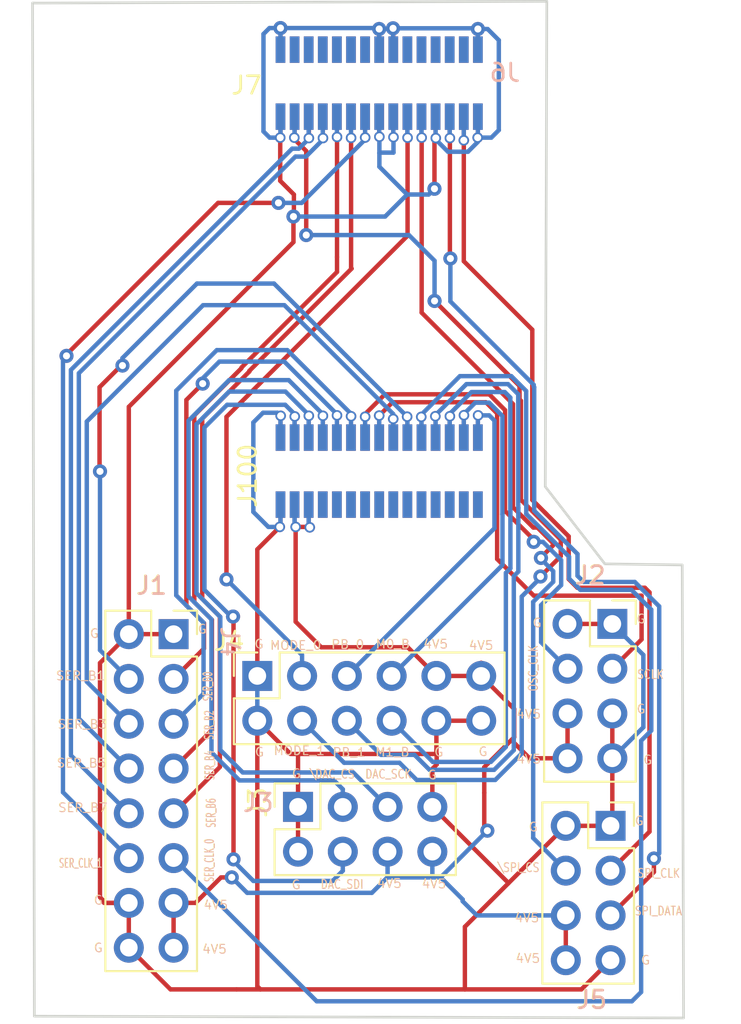
<source format=kicad_pcb>
(kicad_pcb (version 20221018) (generator pcbnew)
  (layers (0 "F.Cu" signal "Top Layer") (1 "In1.Cu" signal "GND Layer") (2 "In2.Cu" signal "Layer 1") (31 "B.Cu" signal "Bottom Layer") (34 "B.Paste" user "Bottom Paste") (35 "F.Paste" user "Top Paste") (36 "B.SilkS" user "Bottom Overlay") (37 "F.SilkS" user "Top Overlay") (38 "B.Mask" user "Bottom Solder") (39 "F.Mask" user "Top Solder") (44 "Edge.Cuts" user))
  (net 0 "")
  (net 1 "4V5")
  (net 2 "G")
  (net 3 "/DAC_SDI")
  (net 4 "/DAC_SCK")
  (net 5 "/\\DAC_CS")
  (net 7 "/SPI_CLK")
  (net 8 "/SPI_DATA")
  (net 9 "/\\SPI_CS")
  (net 10 "/MODE_0")
  (net 11 "/SER_CLK_1")
  (net 12 "/SER_B6")
  (net 13 "/SER_B4")
  (net 14 "/SER_B5")
  (net 15 "/SER_B7")
  (net 16 "/MODE_1")
  (net 18 "/PB_0")
  (net 19 "/M0_B")
  (net 20 "/M1_B")
  (net 21 "/PB_1")
  (net 22 "/SER_CLK_0")
  (net 23 "/SER_B1")
  (net 24 "/SER_B3")
  (net 25 "/SCLK")
  (net 26 "/OSC_CLK")
  (net 27 "/SER_B2")
  (net 28 "/SER_B0")
  (footprint "Connector_PinSocket_2.54mm:PinSocket_2x04_P2.54mm_Vertical" (layer "F.Cu") (at 134.14798 135.0436 90)
    (fp_text reference "J3")
    (fp_text value "Conn_02x04_Odd_Even")
  )
  (footprint "FDM_footprints:J524653071_Board2Board" (layer "F.Cu") (at 138.75197 94.0036 -90)
    (fp_text reference "J6" hide)
    (fp_text value "MOLEX-524653071" hide)
  )
  (footprint "Connector_PinSocket_2.54mm:PinSocket_2x06_P2.54mm_Vertical" (layer "F.Cu") (at 131.83798 127.6186 90)
    (fp_text reference "J4")
    (fp_text value "Conn_02x06_Odd_Even")
  )
  (footprint "Connector_PinSocket_2.54mm:PinSocket_2x04_P2.54mm_Vertical" (layer "F.Cu") (at 151.87798 136.1186)
    (fp_text reference "J5")
    (fp_text value "Conn_02x04_Odd_Even")
  )
  (footprint "Connector_PinSocket_2.54mm:PinSocket_2x04_P2.54mm_Vertical" (layer "F.Cu") (at 151.97798 124.6686)
    (fp_text reference "J2")
    (fp_text value "Conn_02x04_Odd_Even")
  )
  (footprint "FDM_footprints:J524653071_Board2Board" (layer "F.Cu") (at 138.75197 116.0036 -90)
    (fp_text reference "J200" hide)
    (fp_text value "MOLEX-524653071" hide)
  )
  (footprint "Connector_PinSocket_2.54mm:PinSocket_2x08_P2.54mm_Vertical" (layer "F.Cu") (at 127.08798 125.2486)
    (fp_text reference "J1")
    (fp_text value "Conn_02x08_Odd_Even")
  )
  (footprint "FDM_footprints:J524653071_Board2Board" (layer "B.Cu") (at 138.75197 116.0036 -90)
    (fp_text reference "J100" hide)
    (fp_text value "MOLEX-524653071" hide)
  )
  (footprint "FDM_footprints:J524653071_Board2Board" (layer "B.Cu") (at 138.75197 94.0036 -90)
    (fp_text reference "J7" hide)
    (fp_text value "MOLEX-524653071" hide)
  )
  (gr_poly (pts (xy 119.29298 89.463765) (xy 148.26298 89.363765) (xy 148.17298 116.8836) (xy 151.55298 121.2636) (xy 155.94258 121.325365) (xy 156.01938 147.014565) (xy 119.18938 146.912965) (xy 119.08778 89.458165)) (stroke (width 0.15)) (fill none) (layer "Edge.Cuts"))
  (gr_text "G" (at 147.44298 124.9086) (layer "B.SilkS") (effects (font (size 0.5 0.5) (thickness 0.05)) (justify left bottom)))
  (gr_text "4V5" (at 141.14298 139.7086) (layer "B.SilkS") (effects (font (size 0.5 0.5) (thickness 0.05)) (justify left bottom)))
  (gr_text "PB_1\n\n\n" (at 136.09298 133.8586) (layer "B.SilkS") (effects (font (size 0.5 0.5) (thickness 0.05)) (justify left bottom)))
  (gr_text "SER_B4\n" (at 129.44298 133.5586 90) (layer "B.SilkS") (effects (font (size 0.5 0.3) (thickness 0.05)) (justify left bottom)))
  (gr_text "OSC_CLK" (at 147.79298 128.5336 90) (layer "B.SilkS") (effects (font (size 0.5 0.4) (thickness 0.05)) (justify left bottom)))
  (gr_text "\\DAC_CS" (at 134.84298 133.4836) (layer "B.SilkS") (effects (font (size 0.5 0.4) (thickness 0.05)) (justify left bottom)))
  (gr_text "MODE_1\n\n" (at 132.74298 132.9586) (layer "B.SilkS") (effects (font (size 0.5 0.5) (thickness 0.05)) (justify left bottom)))
  (gr_text "J4" (at 130.26798 125.6836 270) (layer "B.SilkS") (effects (font (size 1 1))))
  (gr_text "G" (at 128.44798 125.2636) (layer "B.SilkS") (effects (font (size 0.5 0.5) (thickness 0.05)) (justify left bottom)))
  (gr_text "\\SPI_CS" (at 145.49298 138.7836) (layer "B.SilkS") (effects (font (size 0.5 0.4) (thickness 0.05)) (justify left bottom)))
  (gr_text "DAC_SDI" (at 135.41798 139.7336) (layer "B.SilkS") (effects (font (size 0.5 0.4) (thickness 0.05)) (justify left bottom)))
  (gr_text "4V5" (at 128.76798 140.9086) (layer "B.SilkS") (effects (font (size 0.5 0.5) (thickness 0.05)) (justify left bottom)))
  (gr_text "SER_CLK_1" (at 120.56798 138.5336) (layer "B.SilkS") (effects (font (size 0.5 0.3) (thickness 0.05)) (justify left bottom)))
  (gr_text "J5" (at 150.81798 145.9836) (layer "B.SilkS") (effects (font (size 1 1))))
  (gr_text "G" (at 122.54298 140.6336) (layer "B.SilkS") (effects (font (size 0.5 0.5) (thickness 0.05)) (justify left bottom)))
  (gr_text "G" (at 153.59298 144.0336) (layer "B.SilkS") (effects (font (size 0.5 0.5) (thickness 0.05)) (justify left bottom)))
  (gr_text "G" (at 153.71798 132.6836) (layer "B.SilkS") (effects (font (size 0.5 0.5) (thickness 0.05)) (justify left bottom)))
  (gr_text "SER_B1" (at 120.39298 127.9086) (layer "B.SilkS") (effects (font (size 0.5 0.5) (thickness 0.05)) (justify left bottom)))
  (gr_text "G" (at 131.69298 132.2336) (layer "B.SilkS") (effects (font (size 0.5 0.5) (thickness 0.05)) (justify left bottom)))
  (gr_text "SER_CLK_0" (at 129.41798 139.3336 90) (layer "B.SilkS") (effects (font (size 0.5 0.3) (thickness 0.05)) (justify left bottom)))
  (gr_text "SPI_CLK" (at 153.39298 139.1086) (layer "B.SilkS") (effects (font (size 0.5 0.4) (thickness 0.05)) (justify left bottom)))
  (gr_text "SER_B0\n" (at 129.34298 129.0836 90) (layer "B.SilkS") (effects (font (size 0.5 0.3) (thickness 0.05)) (justify left bottom)))
  (gr_text "G" (at 122.31798 125.5086) (layer "B.SilkS") (effects (font (size 0.5 0.5) (thickness 0.05)) (justify left bottom)))
  (gr_text "4V5" (at 146.51798 130.0836) (layer "B.SilkS") (effects (font (size 0.5 0.5) (thickness 0.05)) (justify left bottom)))
  (gr_text "SER_B3\n" (at 120.49298 130.6586) (layer "B.SilkS") (effects (font (size 0.5 0.5) (thickness 0.05)) (justify left bottom)))
  (gr_text "J3" (at 131.89298 134.8086) (layer "B.SilkS") (effects (font (size 1 1))))
  (gr_text "J2" (at 150.73798 121.9136) (layer "B.SilkS") (effects (font (size 1 1))))
  (gr_text "4V5" (at 146.51798 132.6336) (layer "B.SilkS") (effects (font (size 0.5 0.5) (thickness 0.05)) (justify left bottom)))
  (gr_text "MODE_0\n" (at 132.54298 126.1836) (layer "B.SilkS") (effects (font (size 0.5 0.5) (thickness 0.05)) (justify left bottom)))
  (gr_text "DAC_SCK" (at 137.94298 133.4836) (layer "B.SilkS") (effects (font (size 0.5 0.4) (thickness 0.05)) (justify left bottom)))
  (gr_text "G" (at 147.21798 136.4836) (layer "B.SilkS") (effects (font (size 0.5 0.5) (thickness 0.05)) (justify left bottom)))
  (gr_text "M1_B" (at 138.51798 132.2336) (layer "B.SilkS") (effects (font (size 0.5 0.5) (thickness 0.05)) (justify left bottom)))
  (gr_text "G" (at 153.33798 129.7936) (layer "B.SilkS") (effects (font (size 0.5 0.5) (thickness 0.05)) (justify left bottom)))
  (gr_text "4V5" (at 146.41798 141.6336) (layer "B.SilkS") (effects (font (size 0.5 0.5) (thickness 0.05)) (justify left bottom)))
  (gr_text "G" (at 131.66798 126.1086) (layer "B.SilkS") (effects (font (size 0.5 0.5) (thickness 0.05)) (justify left bottom)))
  (gr_text "SER_B6\n" (at 129.51798 136.2586 90) (layer "B.SilkS") (effects (font (size 0.5 0.3) (thickness 0.05)) (justify left bottom)))
  (gr_text "SER_B2\n" (at 129.41798 131.2836 90) (layer "B.SilkS") (effects (font (size 0.5 0.3) (thickness 0.05)) (justify left bottom)))
  (gr_text "M0_B" (at 138.54298 126.1086) (layer "B.SilkS") (effects (font (size 0.5 0.5) (thickness 0.05)) (justify left bottom)))
  (gr_text "SER_B7" (at 120.51798 135.3836) (layer "B.SilkS") (effects (font (size 0.5 0.5) (thickness 0.05)) (justify left bottom)))
  (gr_text "4V5" (at 146.46798 143.9336) (layer "B.SilkS") (effects (font (size 0.5 0.5) (thickness 0.05)) (justify left bottom)))
  (gr_text "SCLK\n" (at 153.36798 127.8336) (layer "B.SilkS") (effects (font (size 0.5 0.4) (thickness 0.05)) (justify left bottom)))
  (gr_text "PB_0\n\n" (at 136.01798 126.9336) (layer "B.SilkS") (effects (font (size 0.5 0.5) (thickness 0.05)) (justify left bottom)))
  (gr_text "J6" (at 146.83798 93.9936) (layer "B.SilkS") (effects (font (size 1 1)) (justify left bottom mirror)))
  (gr_text "J1" (at 125.84798 122.4936) (layer "B.SilkS") (effects (font (size 1 1))))
  (gr_text "G" (at 153.23798 136.1336) (layer "B.SilkS") (effects (font (size 0.5 0.5) (thickness 0.05)) (justify left bottom)))
  (gr_text "SER_B5" (at 120.44298 132.8586) (layer "B.SilkS") (effects (font (size 0.5 0.5) (thickness 0.05)) (justify left bottom)))
  (gr_text "4V5" (at 143.81798 126.1836) (layer "B.SilkS") (effects (font (size 0.5 0.5) (thickness 0.05)) (justify left bottom)))
  (gr_text "G" (at 133.76798 139.7586) (layer "B.SilkS") (effects (font (size 0.5 0.5) (thickness 0.05)) (justify left bottom)))
  (gr_text "4V5" (at 128.69298 143.4086) (layer "B.SilkS") (effects (font (size 0.5 0.5) (thickness 0.05)) (justify left bottom)))
  (gr_text "G" (at 141.49298 133.5336) (layer "B.SilkS") (effects (font (size 0.5 0.5) (thickness 0.05)) (justify left bottom)))
  (gr_text "SPI_DATA" (at 153.23798 141.2436) (layer "B.SilkS") (effects (font (size 0.5 0.4) (thickness 0.05)) (justify left bottom)))
  (gr_text "G" (at 144.36798 132.2086) (layer "B.SilkS") (effects (font (size 0.5 0.5) (thickness 0.05)) (justify left bottom)))
  (gr_text "G" (at 122.54298 143.3336) (layer "B.SilkS") (effects (font (size 0.5 0.5) (thickness 0.05)) (justify left bottom)))
  (gr_text "4V5" (at 138.61798 139.6836) (layer "B.SilkS") (effects (font (size 0.5 0.5) (thickness 0.05)) (justify left bottom)))
  (gr_text "4V5" (at 141.24298 126.1086) (layer "B.SilkS") (effects (font (size 0.5 0.5) (thickness 0.05)) (justify left bottom)))
  (gr_text "G" (at 133.79298 133.4586) (layer "B.SilkS") (effects (font (size 0.5 0.5) (thickness 0.05)) (justify left bottom)))
  (gr_text "G" (at 141.86798 132.2336) (layer "B.SilkS") (effects (font (size 0.5 0.5) (thickness 0.05)) (justify left bottom)))
  (gr_text "G" (at 153.33798 124.6836) (layer "B.SilkS") (effects (font (size 0.5 0.5) (thickness 0.05)) (justify left bottom)))
  (gr_text "SER_B2\n" (at 129.38798 131.2686 90) (layer "F.SilkS") (effects (font (size 0.5 0.3) (thickness 0.05)) (justify left bottom)))
  (gr_text "G" (at 141.46298 133.5186) (layer "F.SilkS") (effects (font (size 0.5 0.5) (thickness 0.05)) (justify left bottom)))
  (gr_text "G" (at 147.18798 136.4686) (layer "F.SilkS") (effects (font (size 0.5 0.5) (thickness 0.05)) (justify left bottom)))
  (gr_text "SCLK\n" (at 153.33798 127.8186) (layer "F.SilkS") (effects (font (size 0.5 0.4) (thickness 0.05)) (justify left bottom)))
  (gr_text "G" (at 122.28798 125.4936) (layer "F.SilkS") (effects (font (size 0.5 0.5) (thickness 0.05)) (justify left bottom)))
  (gr_text "PB_0\n\n" (at 135.98798 126.9186) (layer "F.SilkS") (effects (font (size 0.5 0.5) (thickness 0.05)) (justify left bottom)))
  (gr_text "G" (at 153.20798 136.1186) (layer "F.SilkS") (effects (font (size 0.5 0.5) (thickness 0.05)) (justify left bottom)))
  (gr_text "SER_CLK_1" (at 120.53798 138.5186) (layer "F.SilkS") (effects (font (size 0.5 0.3) (thickness 0.05)) (justify left bottom)))
  (gr_text "MODE_1\n\n" (at 132.71298 132.9436) (layer "F.SilkS") (effects (font (size 0.5 0.5) (thickness 0.05)) (justify left bottom)))
  (gr_text "SPI_DATA" (at 153.20798 141.2286) (layer "F.SilkS") (effects (font (size 0.5 0.4) (thickness 0.05)) (justify left bottom)))
  (gr_text "G" (at 133.76298 133.4436) (layer "F.SilkS") (effects (font (size 0.5 0.5) (thickness 0.05)) (justify left bottom)))
  (gr_text "G" (at 122.51298 140.6186) (layer "F.SilkS") (effects (font (size 0.5 0.5) (thickness 0.05)) (justify left bottom)))
  (gr_text "G" (at 131.63798 126.0936) (layer "F.SilkS") (effects (font (size 0.5 0.5) (thickness 0.05)) (justify left bottom)))
  (gr_text "4V5" (at 146.48798 130.0686) (layer "F.SilkS") (effects (font (size 0.5 0.5) (thickness 0.05)) (justify left bottom)))
  (gr_text "M0_B" (at 138.51298 126.0936) (layer "F.SilkS") (effects (font (size 0.5 0.5) (thickness 0.05)) (justify left bottom)))
  (gr_text "DAC_SDI" (at 135.38798 139.7186) (layer "F.SilkS") (effects (font (size 0.5 0.4) (thickness 0.05)) (justify left bottom)))
  (gr_text "4V5" (at 146.48798 132.6186) (layer "F.SilkS") (effects (font (size 0.5 0.5) (thickness 0.05)) (justify left bottom)))
  (gr_text "G" (at 153.68798 132.6686) (layer "F.SilkS") (effects (font (size 0.5 0.5) (thickness 0.05)) (justify left bottom)))
  (gr_text "SPI_CLK" (at 153.36298 139.0936) (layer "F.SilkS") (effects (font (size 0.5 0.4) (thickness 0.05)) (justify left bottom)))
  (gr_text "OSC_CLK" (at 147.76298 128.5186 90) (layer "F.SilkS") (effects (font (size 0.5 0.4) (thickness 0.05)) (justify left bottom)))
  (gr_text "G" (at 144.33798 132.1936) (layer "F.SilkS") (effects (font (size 0.5 0.5) (thickness 0.05)) (justify left bottom)))
  (gr_text "SER_CLK_0" (at 129.38798 139.3186 90) (layer "F.SilkS") (effects (font (size 0.5 0.3) (thickness 0.05)) (justify left bottom)))
  (gr_text "SER_B6\n" (at 129.48798 136.2436 90) (layer "F.SilkS") (effects (font (size 0.5 0.3) (thickness 0.05)) (justify left bottom)))
  (gr_text "G" (at 128.41798 125.2486) (layer "F.SilkS") (effects (font (size 0.5 0.5) (thickness 0.05)) (justify left bottom)))
  (gr_text "J7" (at 130.27298 94.7136) (layer "F.SilkS") (effects (font (size 1 1)) (justify left bottom)))
  (gr_text "SER_B7" (at 120.48798 135.3686) (layer "F.SilkS") (effects (font (size 0.5 0.5) (thickness 0.05)) (justify left bottom)))
  (gr_text "4V5" (at 141.11298 139.6936) (layer "F.SilkS") (effects (font (size 0.5 0.5) (thickness 0.05)) (justify left bottom)))
  (gr_text "G" (at 153.30798 124.6686) (layer "F.SilkS") (effects (font (size 0.5 0.5) (thickness 0.05)) (justify left bottom)))
  (gr_text "G" (at 141.83798 132.2186) (layer "F.SilkS") (effects (font (size 0.5 0.5) (thickness 0.05)) (justify left bottom)))
  (gr_text "4V5" (at 138.58798 139.6686) (layer "F.SilkS") (effects (font (size 0.5 0.5) (thickness 0.05)) (justify left bottom)))
  (gr_text "SER_B3\n" (at 120.46298 130.6436) (layer "F.SilkS") (effects (font (size 0.5 0.5) (thickness 0.05)) (justify left bottom)))
  (gr_text "G" (at 131.66298 132.2186) (layer "F.SilkS") (effects (font (size 0.5 0.5) (thickness 0.05)) (justify left bottom)))
  (gr_text "MODE_0\n" (at 132.51298 126.1686) (layer "F.SilkS") (effects (font (size 0.5 0.5) (thickness 0.05)) (justify left bottom)))
  (gr_text "\\DAC_CS" (at 134.81298 133.4686) (layer "F.SilkS") (effects (font (size 0.5 0.4) (thickness 0.05)) (justify left bottom)))
  (gr_text "G" (at 153.56298 144.0186) (layer "F.SilkS") (effects (font (size 0.5 0.5) (thickness 0.05)) (justify left bottom)))
  (gr_text "4V5" (at 141.21298 126.0936) (layer "F.SilkS") (effects (font (size 0.5 0.5) (thickness 0.05)) (justify left bottom)))
  (gr_text "4V5" (at 146.43798 143.9186) (layer "F.SilkS") (effects (font (size 0.5 0.5) (thickness 0.05)) (justify left bottom)))
  (gr_text "M1_B" (at 138.48798 132.2186) (layer "F.SilkS") (effects (font (size 0.5 0.5) (thickness 0.05)) (justify left bottom)))
  (gr_text "G" (at 122.51298 143.3186) (layer "F.SilkS") (effects (font (size 0.5 0.5) (thickness 0.05)) (justify left bottom)))
  (gr_text "G" (at 133.73798 139.7436) (layer "F.SilkS") (effects (font (size 0.5 0.5) (thickness 0.05)) (justify left bottom)))
  (gr_text "PB_1\n\n\n" (at 136.06298 133.8436) (layer "F.SilkS") (effects (font (size 0.5 0.5) (thickness 0.05)) (justify left bottom)))
  (gr_text "SER_B4\n" (at 129.41298 133.5436 90) (layer "F.SilkS") (effects (font (size 0.5 0.3) (thickness 0.05)) (justify left bottom)))
  (gr_text "4V5" (at 143.78798 126.1686) (layer "F.SilkS") (effects (font (size 0.5 0.5) (thickness 0.05)) (justify left bottom)))
  (gr_text "G" (at 147.41298 124.8936) (layer "F.SilkS") (effects (font (size 0.5 0.5) (thickness 0.05)) (justify left bottom)))
  (gr_text "G" (at 153.30798 129.7786) (layer "F.SilkS") (effects (font (size 0.5 0.5) (thickness 0.05)) (justify left bottom)))
  (gr_text "DAC_SCK" (at 137.91298 133.4686) (layer "F.SilkS") (effects (font (size 0.5 0.4) (thickness 0.05)) (justify left bottom)))
  (gr_text "SER_B5" (at 120.41298 132.8436) (layer "F.SilkS") (effects (font (size 0.5 0.5) (thickness 0.05)) (justify left bottom)))
  (gr_text "SER_B0\n" (at 129.31298 129.0686 90) (layer "F.SilkS") (effects (font (size 0.5 0.3) (thickness 0.05)) (justify left bottom)))
  (gr_text "4V5" (at 146.38798 141.6186) (layer "F.SilkS") (effects (font (size 0.5 0.5) (thickness 0.05)) (justify left bottom)))
  (gr_text "4V5" (at 128.66298 143.3936) (layer "F.SilkS") (effects (font (size 0.5 0.5) (thickness 0.05)) (justify left bottom)))
  (gr_text "4V5" (at 128.73798 140.8936) (layer "F.SilkS") (effects (font (size 0.5 0.5) (thickness 0.05)) (justify left bottom)))
  (gr_text "J100" (at 131.87298 118.1736 90) (layer "F.SilkS") (effects (font (size 1 1)) (justify left bottom)))
  (gr_text "\\SPI_CS" (at 145.46298 138.7686) (layer "F.SilkS") (effects (font (size 0.5 0.4) (thickness 0.05)) (justify left bottom)))
  (gr_text "SER_B1" (at 120.36298 127.8936) (layer "F.SilkS") (effects (font (size 0.5 0.5) (thickness 0.05)) (justify left bottom)))
  (segment (start 146.41298 129.4936) (end 144.53798 127.6186) (width 0.25) (layer "F.Cu") (net 1))
  (segment (start 128.33298 140.4886) (end 129.77798 139.0436) (width 0.25) (layer "F.Cu") (net 1))
  (segment (start 141.99798 127.6186) (end 144.53798 127.6186) (width 0.25) (layer "F.Cu") (net 1))
  (segment (start 135.46298 125.9936) (end 140.37298 125.9936) (width 0.25) (layer "F.Cu") (net 1))
  (segment (start 134.012483 119.1686) (end 134.012483 124.543103) (width 0.25) (layer "F.Cu") (net 1))
  (segment (start 149.43798 132.2886) (end 149.43798 129.7486) (width 0.25) (layer "F.Cu") (net 1))
  (segment (start 133.93798 119.1686) (end 134.012483 119.1686) (width 0.25) (layer "F.Cu") (net 1))
  (segment (start 144.71298 136.2186) (end 144.71298 134.2436) (width 0.25) (layer "F.Cu") (net 1))
  (segment (start 140.37298 125.9936) (end 141.99798 127.6186) (width 0.25) (layer "F.Cu") (net 1))
  (segment (start 147.28298 132.2886) (end 146.25048 131.2561) (width 0.25) (layer "F.Cu") (net 1))
  (segment (start 134.78798 119.1686) (end 134.81298 119.1936) (width 0.25) (layer "F.Cu") (net 1))
  (segment (start 144.88798 136.3936) (end 144.71298 136.2186) (width 0.25) (layer "F.Cu") (net 1))
  (segment (start 144.71298 134.2436) (end 144.71298 132.7936) (width 0.25) (layer "F.Cu") (net 1))
  (segment (start 149.43798 132.2886) (end 147.28298 132.2886) (width 0.25) (layer "F.Cu") (net 1))
  (segment (start 127.08798 143.0286) (end 127.08798 140.4886) (width 0.25) (layer "F.Cu") (net 1))
  (segment (start 146.41298 131.0936) (end 146.41298 129.4936) (width 0.25) (layer "F.Cu") (net 1))
  (segment (start 129.77798 139.0436) (end 130.38798 139.0436) (width 0.25) (layer "F.Cu") (net 1))
  (segment (start 133.95197 117.9036) (end 133.95197 119.15461) (width 0.25) (layer "F.Cu") (net 1))
  (segment (start 145.71298 131.7936) (end 146.25048 131.2561) (width 0.25) (layer "F.Cu") (net 1))
  (segment (start 134.75197 117.9036) (end 134.75197 119.13259) (width 0.25) (layer "F.Cu") (net 1))
  (segment (start 133.95197 119.15461) (end 133.93798 119.1686) (width 0.25) (layer "F.Cu") (net 1))
  (segment (start 134.012483 124.543103) (end 135.46298 125.9936) (width 0.25) (layer "F.Cu") (net 1))
  (segment (start 149.33798 143.7386) (end 149.33798 141.1986) (width 0.25) (layer "F.Cu") (net 1))
  (segment (start 144.71298 132.7936) (end 145.71298 131.7936) (width 0.25) (layer "F.Cu") (net 1))
  (segment (start 134.75197 119.13259) (end 134.81298 119.1936) (width 0.25) (layer "F.Cu") (net 1))
  (segment (start 144.53798 126.8686) (end 144.53798 127.6186) (width 0.25) (layer "F.Cu") (net 1))
  (segment (start 134.012483 119.1686) (end 134.78798 119.1686) (width 0.25) (layer "F.Cu") (net 1))
  (segment (start 128.33298 140.4886) (end 127.08798 140.4886) (width 0.25) (layer "F.Cu") (net 1))
  (segment (start 146.25048 131.2561) (end 146.41298 131.0936) (width 0.25) (layer "F.Cu") (net 1))
  (via (at 134.012483 119.1686) (size 0.6) (drill 0.4) (layers "F.Cu" "B.Cu") (net 1))
  (via (at 134.81298 119.1936) (size 0.6) (drill 0.4) (layers "F.Cu" "B.Cu") (net 1))
  (via (at 130.38798 139.0436) (size 0.8) (drill 0.4) (layers "F.Cu" "B.Cu") (net 1))
  (via (at 144.88798 136.3936) (size 0.8) (drill 0.4) (layers "F.Cu" "B.Cu") (net 1))
  (segment (start 131.26298 139.9186) (end 138.33798 139.9186) (width 0.25) (layer "B.Cu") (net 1))
  (segment (start 134.75197 119.13259) (end 134.81298 119.1936) (width 0.25) (layer "B.Cu") (net 1))
  (segment (start 133.95197 119.108087) (end 134.012483 119.1686) (width 0.25) (layer "B.Cu") (net 1))
  (segment (start 138.33798 139.9186) (end 139.21298 139.0436) (width 0.25) (layer "B.Cu") (net 1))
  (segment (start 143.48798 140.3936) (end 144.29298 141.1986) (width 0.25) (layer "B.Cu") (net 1))
  (segment (start 139.22798 139.0336) (end 139.23798 139.0436) (width 0.25) (layer "B.Cu") (net 1))
  (segment (start 142.23798 139.0436) (end 141.91298 139.0436) (width 0.25) (layer "B.Cu") (net 1))
  (segment (start 142.23798 139.0436) (end 143.48798 140.2936) (width 0.25) (layer "B.Cu") (net 1))
  (segment (start 144.29298 141.1986) (end 149.33798 141.1986) (width 0.25) (layer "B.Cu") (net 1))
  (segment (start 143.48798 140.2936) (end 143.48798 140.3936) (width 0.25) (layer "B.Cu") (net 1))
  (segment (start 130.38798 139.0436) (end 131.26298 139.9186) (width 0.25) (layer "B.Cu") (net 1))
  (segment (start 141.76798 138.8986) (end 141.76798 137.5836) (width 0.25) (layer "B.Cu") (net 1))
  (segment (start 133.95197 117.9036) (end 133.95197 119.108087) (width 0.25) (layer "B.Cu") (net 1))
  (segment (start 139.22798 139.0336) (end 139.22798 137.5836) (width 0.25) (layer "B.Cu") (net 1))
  (segment (start 134.75197 117.9036) (end 134.75197 119.13259) (width 0.25) (layer "B.Cu") (net 1))
  (segment (start 139.23798 139.0436) (end 141.91298 139.0436) (width 0.25) (layer "B.Cu") (net 1))
  (segment (start 141.91298 139.0436) (end 141.76798 138.8986) (width 0.25) (layer "B.Cu") (net 1))
  (segment (start 144.88798 136.3936) (end 142.23798 139.0436) (width 0.25) (layer "B.Cu") (net 1))
  (segment (start 131.83798 130.1586) (end 133.11798 131.4386) (width 0.25) (layer "F.Cu") (net 2))
  (segment (start 141.76798 135.0436) (end 146.07548 139.3511) (width 0.25) (layer "F.Cu") (net 2))
  (segment (start 141.99798 132.0286) (end 142.01298 132.0436) (width 0.25) (layer "F.Cu") (net 2))
  (segment (start 149.33798 136.1186) (end 151.87798 136.1186) (width 0.25) (layer "F.Cu") (net 2))
  (segment (start 142.01298 132.6436) (end 142.01298 132.0436) (width 0.25) (layer "F.Cu") (net 2))
  (segment (start 139.55197 97.00759) (end 139.56298 97.0186) (width 0.25) (layer "F.Cu") (net 2))
  (segment (start 133.11798 131.4386) (end 133.59298 131.9136) (width 0.25) (layer "F.Cu") (net 2))
  (segment (start 133.15197 117.9036) (end 133.15197 119.12961) (width 0.25) (layer "F.Cu") (net 2))
  (segment (start 133.88848 101.5686) (end 133.88848 103.0181) (width 0.25) (layer "F.Cu") (net 2))
  (segment (start 133.15197 97.07961) (end 133.13798 97.0936) (width 0.25) (layer "F.Cu") (net 2))
  (segment (start 124.54798 112.3586) (end 124.54798 123.4936) (width 0.25) (layer "F.Cu") (net 2))
  (segment (start 147.41298 138.0436) (end 146.07548 139.3811) (width 0.25) (layer "F.Cu") (net 2))
  (segment (start 133.88848 101.5681) (end 133.88848 101.5686) (width 0.25) (layer "F.Cu") (net 2))
  (segment (start 144.35197 90.93259) (end 144.35197 92.1036) (width 0.25) (layer "F.Cu") (net 2))
  (segment (start 146.07548 139.3511) (end 146.07548 139.3811) (width 0.25) (layer "F.Cu") (net 2))
  (segment (start 133.15197 95.9036) (end 133.15197 97.07961) (width 0.25) (layer "F.Cu") (net 2))
  (segment (start 138.76298 97.0436) (end 138.75197 97.03259) (width 0.25) (layer "F.Cu") (net 2))
  (segment (start 141.66298 130.4936) (end 141.99798 130.1586) (width 0.25) (layer "F.Cu") (net 2))
  (segment (start 131.83798 120.4436) (end 131.83798 127.6186) (width 0.25) (layer "F.Cu") (net 2))
  (segment (start 141.76798 132.8886) (end 142.01298 132.6436) (width 0.25) (layer "F.Cu") (net 2))
  (segment (start 144.35197 95.9036) (end 144.35197 97.07961) (width 0.25) (layer "F.Cu") (net 2))
  (segment (start 133.15197 112.87961) (end 133.16298 112.8686) (width 0.25) (layer "F.Cu") (net 2))
  (segment (start 133.91298 101.5436) (end 133.88848 101.5681) (width 0.25) (layer "F.Cu") (net 2))
  (segment (start 139.55197 92.1036) (end 139.55197 90.90759) (width 0.25) (layer "F.Cu") (net 2))
  (segment (start 133.13798 97.0936) (end 133.13798 99.5436) (width 0.25) (layer "F.Cu") (net 2))
  (segment (start 133.88848 103.0181) (end 124.54798 112.3586) (width 0.25) (layer "F.Cu") (net 2))
  (segment (start 141.88798 97.1936) (end 141.88798 99.9936) (width 0.25) (layer "F.Cu") (net 2))
  (segment (start 141.99798 130.1586) (end 141.99798 132.0286) (width 0.25) (layer "F.Cu") (net 2))
  (segment (start 133.16298 90.8686) (end 133.15197 90.87961) (width 0.25) (layer "F.Cu") (net 2))
  (segment (start 143.61298 141.8436) (end 143.61298 145.3936) (width 0.25) (layer "F.Cu") (net 2))
  (segment (start 134.14798 135.0436) (end 134.14798 132.1336) (width 0.25) (layer "F.Cu") (net 2))
  (segment (start 139.55197 95.9036) (end 139.55197 97.00759) (width 0.25) (layer "F.Cu") (net 2))
  (segment (start 124.54798 140.4886) (end 123.14298 140.4886) (width 0.25) (layer "F.Cu") (net 2))
  (segment (start 139.55197 90.90759) (end 139.53798 90.8936) (width 0.25) (layer "F.Cu") (net 2))
  (segment (start 134.14798 132.1336) (end 134.23798 132.0436) (width 0.25) (layer "F.Cu") (net 2))
  (segment (start 123.23298 140.4886) (end 124.54798 140.4886) (width 0.25) (layer "F.Cu") (net 2))
  (segment (start 133.15197 92.1036) (end 133.15197 90.87961) (width 0.25) (layer "F.Cu") (net 2))
  (segment (start 132.01298 145.3936) (end 143.61298 145.3936) (width 0.25) (layer "F.Cu") (net 2))
  (segment (start 131.83798 130.1586) (end 131.83798 145.2186) (width 0.25) (layer "F.Cu") (net 2))
  (segment (start 141.95197 95.9036) (end 141.95197 97.10759) (width 0.25) (layer "F.Cu") (net 2))
  (segment (start 150.22298 145.3936) (end 151.87798 143.7386) (width 0.25) (layer "F.Cu") (net 2))
  (segment (start 138.75197 97.03259) (end 138.75197 95.9036) (width 0.25) (layer "F.Cu") (net 2))
  (segment (start 133.15197 119.12961) (end 133.11298 119.1686) (width 0.25) (layer "F.Cu") (net 2))
  (segment (start 131.83798 145.2186) (end 132.01298 145.3936) (width 0.25) (layer "F.Cu") (net 2))
  (segment (start 141.96298 97.1186) (end 141.88798 97.1936) (width 0.25) (layer "F.Cu") (net 2))
  (segment (start 124.54798 125.2486) (end 127.08798 125.2486) (width 0.25) (layer "F.Cu") (net 2))
  (segment (start 151.97798 136.0186) (end 151.87798 136.1186) (width 0.25) (layer "F.Cu") (net 2))
  (segment (start 133.13798 99.5436) (end 133.91298 100.3186) (width 0.25) (layer "F.Cu") (net 2))
  (segment (start 144.61298 130.2336) (end 144.53798 130.1586) (width 0.25) (layer "F.Cu") (net 2))
  (segment (start 143.61298 145.3936) (end 150.22298 145.3936) (width 0.25) (layer "F.Cu") (net 2))
  (segment (start 133.72298 132.0436) (end 134.23798 132.0436) (width 0.25) (layer "F.Cu") (net 2))
  (segment (start 152.62798 125.2586) (end 151.41298 125.2586) (width 0.25) (layer "F.Cu") (net 2))
  (segment (start 141.99798 130.1586) (end 144.53798 130.1586) (width 0.25) (layer "F.Cu") (net 2))
  (segment (start 134.14798 135.0436) (end 134.14798 137.5836) (width 0.25) (layer "F.Cu") (net 2))
  (segment (start 141.76798 135.0436) (end 141.76798 132.8886) (width 0.25) (layer "F.Cu") (net 2))
  (segment (start 151.97798 132.2886) (end 151.97798 136.0186) (width 0.25) (layer "F.Cu") (net 2))
  (segment (start 124.54798 125.2486) (end 122.91298 126.8836) (width 0.25) (layer "F.Cu") (net 2))
  (segment (start 151.97798 129.7486) (end 151.97798 132.2886) (width 0.25) (layer "F.Cu") (net 2))
  (segment (start 134.23798 132.0436) (end 142.01298 132.0436) (width 0.25) (layer "F.Cu") (net 2))
  (segment (start 130.66298 145.3936) (end 126.91298 145.3936) (width 0.25) (layer "F.Cu") (net 2))
  (segment (start 122.91298 140.1686) (end 123.23298 140.4886) (width 0.25) (layer "F.Cu") (net 2))
  (segment (start 133.91298 100.3186) (end 133.91298 101.5436) (width 0.25) (layer "F.Cu") (net 2))
  (segment (start 122.91298 126.8836) (end 122.91298 140.1686) (width 0.25) (layer "F.Cu") (net 2))
  (segment (start 144.35197 97.07961) (end 144.33798 97.0936) (width 0.25) (layer "F.Cu") (net 2))
  (segment (start 149.43798 124.6686) (end 151.97798 124.6686) (width 0.25) (layer "F.Cu") (net 2))
  (segment (start 126.91298 145.3936) (end 124.54798 143.0286) (width 0.25) (layer "F.Cu") (net 2))
  (segment (start 124.54798 123.4936) (end 124.54798 125.2486) (width 0.25) (layer "F.Cu") (net 2))
  (segment (start 133.15197 114.1036) (end 133.15197 112.87961) (width 0.25) (layer "F.Cu") (net 2))
  (segment (start 138.75197 92.1036) (end 138.75197 90.93259) (width 0.25) (layer "F.Cu") (net 2))
  (segment (start 146.07548 139.3811) (end 143.61298 141.8436) (width 0.25) (layer "F.Cu") (net 2))
  (segment (start 124.54798 140.4886) (end 124.54798 143.0286) (width 0.25) (layer "F.Cu") (net 2))
  (segment (start 131.83798 120.4436) (end 133.11298 119.1686) (width 0.25) (layer "F.Cu") (net 2))
  (segment (start 133.11798 131.4386) (end 133.12298 131.4436) (width 0.25) (layer "F.Cu") (net 2))
  (segment (start 130.66298 145.3936) (end 132.01298 145.3936) (width 0.25) (layer "F.Cu") (net 2))
  (segment (start 141.95197 97.10759) (end 141.96298 97.1186) (width 0.25) (layer "F.Cu") (net 2))
  (segment (start 147.41298 138.0436) (end 149.33798 136.1186) (width 0.25) (layer "F.Cu") (net 2))
  (segment (start 133.59298 131.9136) (end 133.72298 132.0436) (width 0.25) (layer "F.Cu") (net 2))
  (via (at 139.53798 90.8936) (size 0.8) (drill 0.4) (layers "F.Cu" "B.Cu") (net 2))
  (via (at 133.16298 112.8686) (size 0.6) (drill 0.4) (layers "F.Cu" "B.Cu") (net 2))
  (via (at 138.75197 90.93259) (size 0.8) (drill 0.4) (layers "F.Cu" "B.Cu") (net 2))
  (via (at 133.11298 119.1686) (size 0.6) (drill 0.4) (layers "F.Cu" "B.Cu") (net 2))
  (via (at 133.88848 101.5686) (size 0.8) (drill 0.4) (layers "F.Cu" "B.Cu") (net 2))
  (via (at 144.35197 90.93259) (size 0.8) (drill 0.4) (layers "F.Cu" "B.Cu") (net 2))
  (via (at 139.56298 97.0686) (size 0.6) (drill 0.4) (layers "F.Cu" "B.Cu") (net 2))
  (via (at 133.15197 90.87961) (size 0.8) (drill 0.4) (layers "F.Cu" "B.Cu") (net 2))
  (via (at 141.96298 97.1186) (size 0.6) (drill 0.4) (layers "F.Cu" "B.Cu") (net 2))
  (via (at 141.88798 99.9936) (size 0.8) (drill 0.4) (layers "F.Cu" "B.Cu") (net 2))
  (via (at 133.13798 97.0936) (size 0.6) (drill 0.4) (layers "F.Cu" "B.Cu") (net 2))
  (via (at 138.76298 97.0436) (size 0.6) (drill 0.4) (layers "F.Cu" "B.Cu") (net 2))
  (via (at 144.33798 97.0936) (size 0.6) (drill 0.4) (layers "F.Cu" "B.Cu") (net 2))
  (segment (start 144.35197 97.07961) (end 144.33798 97.0936) (width 0.25) (layer "B.Cu") (net 2))
  (segment (start 132.18798 96.7436) (end 132.18798 91.2186) (width 0.25) (layer "B.Cu") (net 2))
  (segment (start 139.53798 90.8936) (end 139.53798 92.08961) (width 0.25) (layer "B.Cu") (net 2))
  (segment (start 133.15197 114.1036) (end 133.15197 112.87961) (width 0.25) (layer "B.Cu") (net 2))
  (segment (start 141.56298 100.3186) (end 140.33798 100.3186) (width 0.25) (layer "B.Cu") (net 2))
  (segment (start 138.76298 98.7436) (end 138.76298 97.9686) (width 0.25) (layer "B.Cu") (net 2))
  (segment (start 139.53798 90.8936) (end 144.31298 90.8936) (width 0.25) (layer "B.Cu") (net 2))
  (segment (start 144.35197 92.1036) (end 144.35197 90.93259) (width 0.25) (layer "B.Cu") (net 2))
  (segment (start 153.73798 126.4286) (end 153.73798 130.5286) (width 0.25) (layer "B.Cu") (net 2))
  (segment (start 144.31298 90.8936) (end 144.35197 90.93259) (width 0.25) (layer "B.Cu") (net 2))
  (segment (start 153.73798 130.5286) (end 151.97798 132.2886) (width 0.25) (layer "B.Cu") (net 2))
  (segment (start 133.15197 90.87961) (end 138.69899 90.87961) (width 0.25) (layer "B.Cu") (net 2))
  (segment (start 139.53798 92.08961) (end 139.55197 92.1036) (width 0.25) (layer "B.Cu") (net 2))
  (segment (start 141.96298 97.202981) (end 141.96298 97.1186) (width 0.25) (layer "B.Cu") (net 2))
  (segment (start 142.653599 97.8936) (end 141.96298 97.202981) (width 0.25) (layer "B.Cu") (net 2))
  (segment (start 144.35197 90.93259) (end 144.90197 90.93259) (width 0.25) (layer "B.Cu") (net 2))
  (segment (start 138.75197 90.93259) (end 139.49899 90.93259) (width 0.25) (layer "B.Cu") (net 2))
  (segment (start 141.88798 99.9936) (end 141.56298 100.3186) (width 0.25) (layer "B.Cu") (net 2))
  (segment (start 132.18798 91.2186) (end 132.52697 90.87961) (width 0.25) (layer "B.Cu") (net 2))
  (segment (start 139.56298 97.0686) (end 139.56298 97.9436) (width 0.25) (layer "B.Cu") (net 2))
  (segment (start 133.15197 117.9036) (end 133.15197 119.12961) (width 0.25) (layer "B.Cu") (net 2))
  (segment (start 132.16298 112.6936) (end 131.61298 113.2436) (width 0.25) (layer "B.Cu") (net 2))
  (segment (start 133.15197 95.9036) (end 133.15197 97.07961) (width 0.25) (layer "B.Cu") (net 2))
  (segment (start 133.15197 90.87961) (end 133.15197 92.1036) (width 0.25) (layer "B.Cu") (net 2))
  (segment (start 139.56298 97.9436) (end 138.78798 97.9436) (width 0.25) (layer "B.Cu") (net 2))
  (segment (start 138.78798 97.9436) (end 138.76298 97.9686) (width 0.25) (layer "B.Cu") (net 2))
  (segment (start 132.52697 90.87961) (end 133.15197 90.87961) (width 0.25) (layer "B.Cu") (net 2))
  (segment (start 131.61298 113.2436) (end 131.61298 118.3186) (width 0.25) (layer "B.Cu") (net 2))
  (segment (start 133.15197 112.87961) (end 133.16298 112.8686) (width 0.25) (layer "B.Cu") (net 2))
  (segment (start 144.35197 95.9036) (end 144.35197 97.07961) (width 0.25) (layer "B.Cu") (net 2))
  (segment (start 144.33798 97.0936) (end 144.33798 97.343529) (width 0.25) (layer "B.Cu") (net 2))
  (segment (start 133.15197 97.07961) (end 133.13798 97.0936) (width 0.25) (layer "B.Cu") (net 2))
  (segment (start 145.11298 97.0936) (end 144.33798 97.0936) (width 0.25) (layer "B.Cu") (net 2))
  (segment (start 133.15197 119.12961) (end 133.11298 119.1686) (width 0.25) (layer "B.Cu") (net 2))
  (segment (start 145.53798 91.5686) (end 145.53798 96.6686) (width 0.25) (layer "B.Cu") (net 2))
  (segment (start 139.49899 90.93259) (end 139.53798 90.8936) (width 0.25) (layer "B.Cu") (net 2))
  (segment (start 138.75197 97.03259) (end 138.76298 97.0436) (width 0.25) (layer "B.Cu") (net 2))
  (segment (start 131.61298 118.3186) (end 132.46298 119.1686) (width 0.25) (layer "B.Cu") (net 2))
  (segment (start 133.16298 112.8686) (end 132.98798 112.6936) (width 0.25) (layer "B.Cu") (net 2))
  (segment (start 144.90197 90.93259) (end 145.53798 91.5686) (width 0.25) (layer "B.Cu") (net 2))
  (segment (start 144.33798 97.343529) (end 143.787909 97.8936) (width 0.25) (layer "B.Cu") (net 2))
  (segment (start 132.98798 112.6936) (end 132.16298 112.6936) (width 0.25) (layer "B.Cu") (net 2))
  (segment (start 138.69899 90.87961) (end 138.75197 90.93259) (width 0.25) (layer "B.Cu") (net 2))
  (segment (start 151.97798 124.6686) (end 153.73798 126.4286) (width 0.25) (layer "B.Cu") (net 2))
  (segment (start 133.13798 97.0936) (end 132.53798 97.0936) (width 0.25) (layer "B.Cu") (net 2))
  (segment (start 138.76298 97.9686) (end 138.76298 97.0436) (width 0.25) (layer "B.Cu") (net 2))
  (segment (start 139.08798 101.5686) (end 140.33798 100.3186) (width 0.25) (layer "B.Cu") (net 2))
  (segment (start 131.83798 130.1586) (end 131.83798 127.6186) (width 0.25) (layer "B.Cu") (net 2))
  (segment (start 140.33798 100.3186) (end 138.76298 98.7436) (width 0.25) (layer "B.Cu") (net 2))
  (segment (start 132.46298 119.1686) (end 133.11298 119.1686) (width 0.25) (layer "B.Cu") (net 2))
  (segment (start 145.53798 96.6686) (end 145.11298 97.0936) (width 0.25) (layer "B.Cu") (net 2))
  (segment (start 138.75197 90.93259) (end 138.75197 92.1036) (width 0.25) (layer "B.Cu") (net 2))
  (segment (start 138.75197 95.9036) (end 138.75197 97.03259) (width 0.25) (layer "B.Cu") (net 2))
  (segment (start 139.55197 95.9036) (end 139.55197 97.05759) (width 0.25) (layer "B.Cu") (net 2))
  (segment (start 139.55197 97.05759) (end 139.56298 97.0686) (width 0.25) (layer "B.Cu") (net 2))
  (segment (start 141.95196 97.10758) (end 141.96298 97.1186) (width 0.25) (layer "B.Cu") (net 2))
  (segment (start 141.95196 95.9036) (end 141.95196 97.10758) (width 0.25) (layer "B.Cu") (net 2))
  (segment (start 133.88848 101.5686) (end 139.08798 101.5686) (width 0.25) (layer "B.Cu") (net 2))
  (segment (start 132.53798 97.0936) (end 132.18798 96.7436) (width 0.25) (layer "B.Cu") (net 2))
  (segment (start 143.787909 97.8936) (end 142.653599 97.8936) (width 0.25) (layer "B.Cu") (net 2))
  (segment (start 133.95197 112.90759) (end 133.95197 114.1036) (width 0.25) (layer "F.Cu") (net 3))
  (segment (start 133.949564 112.8936) (end 133.93798 112.8936) (width 0.25) (layer "F.Cu") (net 3))
  (segment (start 130.462109 124.25261) (end 130.48798 124.278481) (width 0.25) (layer "F.Cu") (net 3))
  (segment (start 133.93798 112.8936) (end 133.95197 112.90759) (width 0.25) (layer "F.Cu") (net 3))
  (segment (start 133.961623 112.905659) (end 133.949564 112.8936) (width 0.25) (layer "F.Cu") (net 3))
  (segment (start 130.48798 124.278481) (end 130.48798 138.0186) (width 0.25) (layer "F.Cu") (net 3))
  (via (at 130.48798 138.0186) (size 0.8) (drill 0.4) (layers "F.Cu" "B.Cu") (net 3))
  (via (at 133.961623 112.905659) (size 0.6) (drill 0.4) (layers "F.Cu" "B.Cu") (net 3))
  (via (at 130.462109 124.25261) (size 0.8) (drill 0.4) (layers "F.Cu" "B.Cu") (net 3))
  (segment (start 128.83798 122.739412) (end 130.28798 124.189412) (width 0.25) (layer "B.Cu") (net 3))
  (segment (start 133.421864 112.2436) (end 130.124376 112.2436) (width 0.25) (layer "B.Cu") (net 3))
  (segment (start 133.961623 112.905659) (end 133.961623 112.783359) (width 0.25) (layer "B.Cu") (net 3))
  (segment (start 130.28798 124.189412) (end 130.398911 124.189412) (width 0.25) (layer "B.Cu") (net 3))
  (segment (start 128.83798 113.529996) (end 128.83798 122.739412) (width 0.25) (layer "B.Cu") (net 3))
  (segment (start 136.68798 138.6686) (end 136.68798 137.5836) (width 0.25) (layer "B.Cu") (net 3))
  (segment (start 131.613285 139.2436) (end 136.11298 139.2436) (width 0.25) (layer "B.Cu") (net 3))
  (segment (start 130.48798 138.0186) (end 130.48798 138.118295) (width 0.25) (layer "B.Cu") (net 3))
  (segment (start 133.95197 114.1036) (end 133.95197 112.915312) (width 0.25) (layer "B.Cu") (net 3))
  (segment (start 136.11298 139.2436) (end 136.68798 138.6686) (width 0.25) (layer "B.Cu") (net 3))
  (segment (start 130.398911 124.189412) (end 130.462109 124.25261) (width 0.25) (layer "B.Cu") (net 3))
  (segment (start 130.48798 138.118295) (end 131.613285 139.2436) (width 0.25) (layer "B.Cu") (net 3))
  (segment (start 130.124376 112.2436) (end 128.83798 113.529996) (width 0.25) (layer "B.Cu") (net 3))
  (segment (start 133.961623 112.783359) (end 133.421864 112.2436) (width 0.25) (layer "B.Cu") (net 3))
  (segment (start 133.95197 112.915312) (end 133.961623 112.905659) (width 0.25) (layer "B.Cu") (net 3))
  (segment (start 134.75197 112.88259) (end 134.75197 114.1036) (width 0.25) (layer "F.Cu") (net 4))
  (segment (start 134.73798 112.8686) (end 134.75197 112.88259) (width 0.25) (layer "F.Cu") (net 4))
  (segment (start 134.739041 112.867539) (end 134.73798 112.8686) (width 0.25) (layer "F.Cu") (net 4))
  (segment (start 134.760217 112.867539) (end 134.739041 112.867539) (width 0.25) (layer "F.Cu") (net 4))
  (via (at 134.760217 112.867539) (size 0.6) (drill 0.4) (layers "F.Cu" "B.Cu") (net 4))
  (segment (start 134.760217 112.820369) (end 133.433448 111.4936) (width 0.25) (layer "B.Cu") (net 4))
  (segment (start 134.75197 114.1036) (end 134.75197 112.875786) (width 0.25) (layer "B.Cu") (net 4))
  (segment (start 134.760217 112.867539) (end 134.760217 112.820369) (width 0.25) (layer "B.Cu") (net 4))
  (segment (start 130.23798 111.4936) (end 128.38798 113.3436) (width 0.25) (layer "B.Cu") (net 4))
  (segment (start 129.73798 131.8186) (end 131.01298 133.0936) (width 0.25) (layer "B.Cu") (net 4))
  (segment (start 134.75197 112.875786) (end 134.760217 112.867539) (width 0.25) (layer "B.Cu") (net 4))
  (segment (start 137.27798 133.0936) (end 139.22798 135.0436) (width 0.25) (layer "B.Cu") (net 4))
  (segment (start 131.01298 133.0936) (end 137.27798 133.0936) (width 0.25) (layer "B.Cu") (net 4))
  (segment (start 128.38798 122.925808) (end 129.73798 124.275808) (width 0.25) (layer "B.Cu") (net 4))
  (segment (start 128.38798 113.3436) (end 128.38798 122.925808) (width 0.25) (layer "B.Cu") (net 4))
  (segment (start 133.433448 111.4936) (end 130.23798 111.4936) (width 0.25) (layer "B.Cu") (net 4))
  (segment (start 129.73798 124.275808) (end 129.73798 131.8186) (width 0.25) (layer "B.Cu") (net 4))
  (segment (start 135.53798 112.8936) (end 135.55198 112.9076) (width 0.25) (layer "F.Cu") (net 5))
  (segment (start 135.55198 112.9076) (end 135.55198 114.1036) (width 0.25) (layer "F.Cu") (net 5))
  (segment (start 135.53798 112.890745) (end 135.53798 112.8936) (width 0.25) (layer "F.Cu") (net 5))
  (segment (start 135.559718 112.869007) (end 135.53798 112.890745) (width 0.25) (layer "F.Cu") (net 5))
  (via (at 135.559718 112.869007) (size 0.6) (drill 0.4) (layers "F.Cu" "B.Cu") (net 5))
  (segment (start 135.559718 112.783156) (end 133.620162 110.8436) (width 0.25) (layer "B.Cu") (net 5))
  (segment (start 129.23798 131.954996) (end 130.826584 133.5436) (width 0.25) (layer "B.Cu") (net 5))
  (segment (start 136.18798 133.5436) (end 136.68798 134.0436) (width 0.25) (layer "B.Cu") (net 5))
  (segment (start 129.23798 124.412204) (end 129.23798 131.954996) (width 0.25) (layer "B.Cu") (net 5))
  (segment (start 127.93798 123.112204) (end 129.23798 124.412204) (width 0.25) (layer "B.Cu") (net 5))
  (segment (start 135.55197 114.1036) (end 135.55197 112.876755) (width 0.25) (layer "B.Cu") (net 5))
  (segment (start 135.559718 112.869007) (end 135.559718 112.783156) (width 0.25) (layer "B.Cu") (net 5))
  (segment (start 135.55197 112.876755) (end 135.559718 112.869007) (width 0.25) (layer "B.Cu") (net 5))
  (segment (start 130.826584 133.5436) (end 136.18798 133.5436) (width 0.25) (layer "B.Cu") (net 5))
  (segment (start 130.23798 110.8436) (end 127.93798 113.1436) (width 0.25) (layer "B.Cu") (net 5))
  (segment (start 133.620162 110.8436) (end 130.23798 110.8436) (width 0.25) (layer "B.Cu") (net 5))
  (segment (start 136.68798 134.0436) (end 136.68798 135.0436) (width 0.25) (layer "B.Cu") (net 5))
  (segment (start 127.93798 113.1436) (end 127.93798 123.112204) (width 0.25) (layer "B.Cu") (net 5))
  (segment (start 154.08798 136.4486) (end 151.87798 138.6586) (width 0.25) (layer "F.Cu") (net 7))
  (segment (start 153.824376 122.6186) (end 154.08798 122.882204) (width 0.25) (layer "F.Cu") (net 7))
  (segment (start 147.43798 117.638978) (end 148.247791 118.448789) (width 0.25) (layer "F.Cu") (net 7))
  (segment (start 148.13538 118.336379) (end 148.247791 118.448789) (width 0.25) (layer "F.Cu") (net 7))
  (segment (start 143.551798 97.245827) (end 143.551798 104.100717) (width 0.25) (layer "F.Cu") (net 7))
  (segment (start 149.99398 122.6186) (end 153.824376 122.6186) (width 0.25) (layer "F.Cu") (net 7))
  (segment (start 147.43798 107.986899) (end 147.43798 117.638978) (width 0.25) (layer "F.Cu") (net 7))
  (segment (start 154.08798 122.882204) (end 154.08798 136.4486) (width 0.25) (layer "F.Cu") (net 7))
  (segment (start 143.551798 104.100717) (end 147.43798 107.986899) (width 0.25) (layer "F.Cu") (net 7))
  (segment (start 148.247791 118.448789) (end 149.502687 119.703686) (width 0.25) (layer "F.Cu") (net 7))
  (segment (start 149.502687 122.127307) (end 149.99398 122.6186) (width 0.25) (layer "F.Cu") (net 7))
  (segment (start 149.502687 119.703686) (end 149.502687 122.127307) (width 0.25) (layer "F.Cu") (net 7))
  (segment (start 143.551798 97.245827) (end 143.55197 97.245655) (width 0.25) (layer "F.Cu") (net 7))
  (segment (start 143.55197 97.245655) (end 143.55197 95.9036) (width 0.25) (layer "F.Cu") (net 7))
  (via (at 143.551798 97.245827) (size 0.6) (drill 0.4) (layers "F.Cu" "B.Cu") (net 7))
  (segment (start 143.55197 95.9036) (end 143.55197 97.245655) (width 0.25) (layer "B.Cu") (net 7))
  (segment (start 143.55197 97.245655) (end 143.551798 97.245827) (width 0.25) (layer "B.Cu") (net 7))
  (segment (start 142.762483 103.947798) (end 142.762483 97.1186) (width 0.25) (layer "F.Cu") (net 8))
  (segment (start 142.788782 103.947798) (end 142.790633 103.945947) (width 0.25) (layer "F.Cu") (net 8))
  (segment (start 142.75197 97.08259) (end 142.75197 95.9036) (width 0.25) (layer "F.Cu") (net 8))
  (segment (start 142.762483 97.1186) (end 142.762483 97.093103) (width 0.25) (layer "F.Cu") (net 8))
  (segment (start 154.33798 138.7386) (end 151.87798 141.1986) (width 0.25) (layer "F.Cu") (net 8))
  (segment (start 154.33798 137.9736) (end 154.33798 138.7386) (width 0.25) (layer "F.Cu") (net 8))
  (segment (start 142.762483 103.947798) (end 142.788782 103.947798) (width 0.25) (layer "F.Cu") (net 8))
  (segment (start 142.762483 97.093103) (end 142.75197 97.08259) (width 0.25) (layer "F.Cu") (net 8))
  (via (at 142.790633 103.945947) (size 0.8) (drill 0.4) (layers "F.Cu" "B.Cu") (net 8))
  (via (at 154.33798 137.9736) (size 0.8) (drill 0.4) (layers "F.Cu" "B.Cu") (net 8))
  (via (at 142.762483 97.1186) (size 0.6) (drill 0.4) (layers "F.Cu" "B.Cu") (net 8))
  (segment (start 142.790633 106.381253) (end 147.51798 111.1086) (width 0.25) (layer "B.Cu") (net 8))
  (segment (start 154.63798 123.67485) (end 153.251853 122.288723) (width 0.25) (layer "B.Cu") (net 8))
  (segment (start 147.51798 111.2136) (end 147.54558 111.2412) (width 0.25) (layer "B.Cu") (net 8))
  (segment (start 142.75197 97.108087) (end 142.762483 97.1186) (width 0.25) (layer "B.Cu") (net 8))
  (segment (start 154.33798 137.9736) (end 154.63798 137.6736) (width 0.25) (layer "B.Cu") (net 8))
  (segment (start 147.54558 111.2412) (end 147.54558 118.247967) (width 0.25) (layer "B.Cu") (net 8))
  (segment (start 153.251853 122.288723) (end 150.351299 122.288723) (width 0.25) (layer "B.Cu") (net 8))
  (segment (start 150.002978 121.940402) (end 150.002978 120.705365) (width 0.25) (layer "B.Cu") (net 8))
  (segment (start 150.351299 122.288723) (end 150.002978 121.940402) (width 0.25) (layer "B.Cu") (net 8))
  (segment (start 147.51798 111.1086) (end 147.51798 111.2136) (width 0.25) (layer "B.Cu") (net 8))
  (segment (start 142.790633 103.945947) (end 142.790633 106.381253) (width 0.25) (layer "B.Cu") (net 8))
  (segment (start 154.63798 137.6736) (end 154.63798 123.67485) (width 0.25) (layer "B.Cu") (net 8))
  (segment (start 142.75197 95.9036) (end 142.75197 97.108087) (width 0.25) (layer "B.Cu") (net 8))
  (segment (start 150.002978 120.705365) (end 147.54558 118.247967) (width 0.25) (layer "B.Cu") (net 8))
  (segment (start 148.602687 120.076478) (end 147.730686 119.204477) (width 0.25) (layer "F.Cu") (net 9))
  (segment (start 147.730686 119.204477) (end 147.494257 119.204477) (width 0.25) (layer "F.Cu") (net 9))
  (segment (start 146.34298 118.0532) (end 146.34298 112.200122) (width 0.25) (layer "F.Cu") (net 9))
  (segment (start 141.161458 97.017078) (end 141.15197 97.00759) (width 0.25) (layer "F.Cu") (net 9))
  (segment (start 141.161458 97.092586) (end 141.161458 97.017078) (width 0.25) (layer "F.Cu") (net 9))
  (segment (start 148.177992 120.654477) (end 148.602687 120.229782) (width 0.25) (layer "F.Cu") (net 9))
  (segment (start 141.161458 107.0186) (end 141.161458 97.092586) (width 0.25) (layer "F.Cu") (net 9))
  (segment (start 146.34298 112.200122) (end 141.161458 107.0186) (width 0.25) (layer "F.Cu") (net 9))
  (segment (start 148.602687 120.229782) (end 148.602687 120.076478) (width 0.25) (layer "F.Cu") (net 9))
  (segment (start 141.15197 97.00759) (end 141.15197 95.9036) (width 0.25) (layer "F.Cu") (net 9))
  (segment (start 147.494257 119.204477) (end 146.34298 118.0532) (width 0.25) (layer "F.Cu") (net 9))
  (via (at 147.927742 120.928226) (size 0.8) (drill 0.4) (layers "F.Cu" "B.Cu") (net 9))
  (via (at 141.161458 97.092586) (size 0.6) (drill 0.4) (layers "F.Cu" "B.Cu") (net 9))
  (segment (start 148.625827 122.280753) (end 147.48798 123.4186) (width 0.25) (layer "B.Cu") (net 9))
  (segment (start 148.201132 121.255447) (end 148.625827 121.680142) (width 0.25) (layer "B.Cu") (net 9))
  (segment (start 147.48798 123.4186) (end 147.48798 136.8086) (width 0.25) (layer "B.Cu") (net 9))
  (segment (start 141.15197 95.9036) (end 141.15197 97.083098) (width 0.25) (layer "B.Cu") (net 9))
  (segment (start 147.48798 136.8086) (end 149.33798 138.6586) (width 0.25) (layer "B.Cu") (net 9))
  (segment (start 148.625827 121.680142) (end 148.625827 122.280753) (width 0.25) (layer "B.Cu") (net 9))
  (segment (start 141.15197 97.083098) (end 141.161458 97.092586) (width 0.25) (layer "B.Cu") (net 9))
  (segment (start 140.361969 102.653799) (end 130.08798 112.927788) (width 0.25) (layer "F.Cu") (net 10))
  (segment (start 140.361969 97.097258) (end 140.361969 102.653799) (width 0.25) (layer "F.Cu") (net 10))
  (segment (start 130.08798 112.927788) (end 130.08798 122.1436) (width 0.25) (layer "F.Cu") (net 10))
  (segment (start 140.361969 97.097258) (end 140.361969 97.042589) (width 0.25) (layer "F.Cu") (net 10))
  (segment (start 140.35197 97.03259) (end 140.35197 95.9036) (width 0.25) (layer "F.Cu") (net 10))
  (segment (start 140.361969 97.042589) (end 140.35197 97.03259) (width 0.25) (layer "F.Cu") (net 10))
  (via (at 130.08798 122.1436) (size 0.8) (drill 0.4) (layers "F.Cu" "B.Cu") (net 10))
  (via (at 140.361969 97.097258) (size 0.6) (drill 0.4) (layers "F.Cu" "B.Cu") (net 10))
  (segment (start 130.08798 122.1436) (end 134.37798 126.4336) (width 0.25) (layer "B.Cu") (net 10))
  (segment (start 140.35196 95.9036) (end 140.35196 97.087249) (width 0.25) (layer "B.Cu") (net 10))
  (segment (start 140.35196 97.087249) (end 140.361969 97.097258) (width 0.25) (layer "B.Cu") (net 10))
  (segment (start 134.37798 126.4336) (end 134.37798 127.6186) (width 0.25) (layer "B.Cu") (net 10))
  (segment (start 140.361969 97.176981) (end 140.361969 97.097258) (width 0.25) (layer "B.Cu") (net 10))
  (segment (start 133.03798 100.7936) (end 129.61298 100.7936) (width 0.25) (layer "F.Cu") (net 11))
  (segment (start 137.95197 97.082031) (end 137.95197 95.9036) (width 0.25) (layer "F.Cu") (net 11))
  (segment (start 120.88798 109.5186) (end 120.96298 109.5186) (width 0.25) (layer "F.Cu") (net 11))
  (segment (start 120.96298 109.5186) (end 121.01298 109.4686) (width 0.25) (layer "F.Cu") (net 11))
  (segment (start 137.95721 97.087271) (end 137.95197 97.082031) (width 0.25) (layer "F.Cu") (net 11))
  (segment (start 129.61298 100.7936) (end 129.43798 100.9686) (width 0.25) (layer "F.Cu") (net 11))
  (segment (start 129.43798 100.9686) (end 120.88798 109.5186) (width 0.25) (layer "F.Cu") (net 11))
  (via (at 137.95721 97.087271) (size 0.6) (drill 0.4) (layers "F.Cu" "B.Cu") (net 11))
  (via (at 133.03798 100.7936) (size 0.8) (drill 0.4) (layers "F.Cu" "B.Cu") (net 11))
  (via (at 121.01298 109.4686) (size 0.8) (drill 0.4) (layers "F.Cu" "B.Cu") (net 11))
  (segment (start 120.81298 109.6686) (end 120.81298 134.2136) (width 0.25) (layer "B.Cu") (net 11))
  (segment (start 120.81298 134.2136) (end 124.54798 137.9486) (width 0.25) (layer "B.Cu") (net 11))
  (segment (start 137.95197 97.082031) (end 137.95721 97.087271) (width 0.25) (layer "B.Cu") (net 11))
  (segment (start 121.01298 109.4686) (end 120.81298 109.6686) (width 0.25) (layer "B.Cu") (net 11))
  (segment (start 134.356243 100.7936) (end 133.03798 100.7936) (width 0.25) (layer "B.Cu") (net 11))
  (segment (start 137.95721 97.087271) (end 137.95721 97.192633) (width 0.25) (layer "B.Cu") (net 11))
  (segment (start 137.95197 95.9036) (end 137.95197 97.082031) (width 0.25) (layer "B.Cu") (net 11))
  (segment (start 137.95721 97.192633) (end 134.356243 100.7936) (width 0.25) (layer "B.Cu") (net 11))
  (segment (start 127.08798 135.4086) (end 129.71298 132.7836) (width 0.25) (layer "F.Cu") (net 12))
  (segment (start 137.152363 97.107983) (end 137.15198 97.1076) (width 0.25) (layer "F.Cu") (net 12))
  (segment (start 137.157976 104.488596) (end 137.157976 97.107983) (width 0.25) (layer "F.Cu") (net 12))
  (segment (start 129.71298 124.250808) (end 128.71298 123.250808) (width 0.25) (layer "F.Cu") (net 12))
  (segment (start 129.71298 132.7836) (end 129.71298 124.250808) (width 0.25) (layer "F.Cu") (net 12))
  (segment (start 137.157976 97.107983) (end 137.152363 97.107983) (width 0.25) (layer "F.Cu") (net 12))
  (segment (start 131.38798 110.3186) (end 137.18798 104.5186) (width 0.25) (layer "F.Cu") (net 12))
  (segment (start 131.38798 110.354996) (end 131.38798 110.3186) (width 0.25) (layer "F.Cu") (net 12))
  (segment (start 137.15198 97.1076) (end 137.15198 95.9036) (width 0.25) (layer "F.Cu") (net 12))
  (segment (start 128.71298 113.029996) (end 131.38798 110.354996) (width 0.25) (layer "F.Cu") (net 12))
  (segment (start 137.18798 104.5186) (end 137.157976 104.488596) (width 0.25) (layer "F.Cu") (net 12))
  (segment (start 128.71298 123.250808) (end 128.71298 113.029996) (width 0.25) (layer "F.Cu") (net 12))
  (via (at 137.157976 97.107983) (size 0.6) (drill 0.4) (layers "F.Cu" "B.Cu") (net 12))
  (segment (start 137.15197 97.101977) (end 137.157976 97.107983) (width 0.25) (layer "B.Cu") (net 12))
  (segment (start 137.15197 95.9036) (end 137.15197 97.101977) (width 0.25) (layer "B.Cu") (net 12))
  (segment (start 136.360103 104.710081) (end 130.93798 110.132204) (width 0.25) (layer "F.Cu") (net 13))
  (segment (start 130.93798 110.1686) (end 128.26298 112.8436) (width 0.25) (layer "F.Cu") (net 13))
  (segment (start 136.360103 97.056961) (end 136.35197 97.048828) (width 0.25) (layer "F.Cu") (net 13))
  (segment (start 136.360103 103.866339) (end 136.360103 104.710081) (width 0.25) (layer "F.Cu") (net 13))
  (segment (start 136.35197 97.048828) (end 136.35197 95.9036) (width 0.25) (layer "F.Cu") (net 13))
  (segment (start 128.26298 112.8436) (end 128.26298 123.437204) (width 0.25) (layer "F.Cu") (net 13))
  (segment (start 136.360103 97.056961) (end 136.360103 103.866339) (width 0.25) (layer "F.Cu") (net 13))
  (segment (start 128.26298 123.437204) (end 129.26298 124.437204) (width 0.25) (layer "F.Cu") (net 13))
  (segment (start 129.26298 124.437204) (end 129.26298 130.6936) (width 0.25) (layer "F.Cu") (net 13))
  (segment (start 129.26298 130.6936) (end 127.08798 132.8686) (width 0.25) (layer "F.Cu") (net 13))
  (via (at 136.360103 97.056961) (size 0.6) (drill 0.4) (layers "F.Cu" "B.Cu") (net 13))
  (segment (start 136.35197 97.048828) (end 136.360103 97.056961) (width 0.25) (layer "B.Cu") (net 13))
  (segment (start 136.35197 95.9036) (end 136.35197 97.048828) (width 0.25) (layer "B.Cu") (net 13))
  (segment (start 135.55198 97.1076) (end 135.55198 95.9036) (width 0.25) (layer "F.Cu") (net 14))
  (segment (start 135.56298 97.1186) (end 135.55198 97.1076) (width 0.25) (layer "F.Cu") (net 14))
  (via (at 135.56298 97.1186) (size 0.6) (drill 0.4) (layers "F.Cu" "B.Cu") (net 14))
  (segment (start 134.596367 98.1686) (end 133.999376 98.1686) (width 0.25) (layer "B.Cu") (net 14))
  (segment (start 135.55197 97.10759) (end 135.56298 97.1186) (width 0.25) (layer "B.Cu") (net 14))
  (segment (start 135.55197 95.9036) (end 135.55197 97.10759) (width 0.25) (layer "B.Cu") (net 14))
  (segment (start 135.56298 97.1186) (end 135.56298 97.201987) (width 0.25) (layer "B.Cu") (net 14))
  (segment (start 135.56298 97.201987) (end 134.596367 98.1686) (width 0.25) (layer "B.Cu") (net 14))
  (segment (start 133.999376 98.1686) (end 121.71298 110.454996) (width 0.25) (layer "B.Cu") (net 14))
  (segment (start 121.71298 130.0336) (end 124.54798 132.8686) (width 0.25) (layer "B.Cu") (net 14))
  (segment (start 121.71298 110.454996) (end 121.71298 130.0336) (width 0.25) (layer "B.Cu") (net 14))
  (segment (start 134.762483 95.914113) (end 134.75197 95.9036) (width 0.25) (layer "F.Cu") (net 15))
  (segment (start 134.762483 97.1186) (end 134.762483 95.914113) (width 0.25) (layer "F.Cu") (net 15))
  (via (at 134.762483 97.1186) (size 0.6) (drill 0.4) (layers "F.Cu" "B.Cu") (net 15))
  (segment (start 133.81298 97.7186) (end 121.26298 110.2686) (width 0.25) (layer "B.Cu") (net 15))
  (segment (start 134.75197 95.9036) (end 134.75197 97.108087) (width 0.25) (layer "B.Cu") (net 15))
  (segment (start 134.75197 97.108087) (end 134.762483 97.1186) (width 0.25) (layer "B.Cu") (net 15))
  (segment (start 121.26298 110.2686) (end 121.26298 132.1236) (width 0.25) (layer "B.Cu") (net 15))
  (segment (start 121.26298 132.1236) (end 124.54798 135.4086) (width 0.25) (layer "B.Cu") (net 15))
  (segment (start 134.196864 97.7186) (end 133.81298 97.7186) (width 0.25) (layer "B.Cu") (net 15))
  (segment (start 134.762483 97.1186) (end 134.762483 97.152981) (width 0.25) (layer "B.Cu") (net 15))
  (segment (start 134.762483 97.152981) (end 134.196864 97.7186) (width 0.25) (layer "B.Cu") (net 15))
  (segment (start 146.71298 111.1736) (end 146.71298 111.933726) (width 0.25) (layer "F.Cu") (net 16))
  (segment (start 146.71298 111.933726) (end 146.79298 112.013726) (width 0.25) (layer "F.Cu") (net 16))
  (segment (start 146.79298 112.013726) (end 146.79298 117.630375) (width 0.25) (layer "F.Cu") (net 16))
  (segment (start 141.89298 106.3536) (end 146.71298 111.1736) (width 0.25) (layer "F.Cu") (net 16))
  (segment (start 133.95197 95.9036) (end 133.95197 97.07961) (width 0.25) (layer "F.Cu") (net 16))
  (segment (start 146.79298 117.630375) (end 149.052687 119.890082) (width 0.25) (layer "F.Cu") (net 16))
  (segment (start 133.93798 97.177981) (end 134.61298 97.852981) (width 0.25) (layer "F.Cu") (net 16))
  (segment (start 133.93798 97.0936) (end 133.93798 97.177981) (width 0.25) (layer "F.Cu") (net 16))
  (segment (start 133.95197 97.07961) (end 133.95197 97.0186) (width 0.25) (layer "F.Cu") (net 16))
  (segment (start 149.052687 119.890082) (end 149.052687 120.828586) (width 0.25) (layer "F.Cu") (net 16))
  (segment (start 133.93798 97.0936) (end 133.95197 97.07961) (width 0.25) (layer "F.Cu") (net 16))
  (segment (start 149.052687 120.828586) (end 147.900827 121.980447) (width 0.25) (layer "F.Cu") (net 16))
  (segment (start 134.61298 97.852981) (end 134.61298 102.6186) (width 0.25) (layer "F.Cu") (net 16))
  (via (at 134.61298 102.6186) (size 0.8) (drill 0.4) (layers "F.Cu" "B.Cu") (net 16))
  (via (at 147.900827 121.980447) (size 0.8) (drill 0.4) (layers "F.Cu" "B.Cu") (net 16))
  (via (at 141.89298 106.3536) (size 0.8) (drill 0.4) (layers "F.Cu" "B.Cu") (net 16))
  (via (at 133.93798 97.0936) (size 0.6) (drill 0.4) (layers "F.Cu" "B.Cu") (net 16))
  (segment (start 140.43798 102.6186) (end 134.61298 102.6186) (width 0.25) (layer "B.Cu") (net 16))
  (segment (start 141.89298 104.0736) (end 140.43798 102.6186) (width 0.25) (layer "B.Cu") (net 16))
  (segment (start 133.95197 95.9036) (end 133.95197 97.07961) (width 0.25) (layer "B.Cu") (net 16))
  (segment (start 139.904376 132.5436) (end 136.76298 132.5436) (width 0.25) (layer "B.Cu") (net 16))
  (segment (start 141.89298 106.3536) (end 141.89298 104.0736) (width 0.25) (layer "B.Cu") (net 16))
  (segment (start 136.76298 132.5436) (end 134.37798 130.1586) (width 0.25) (layer "B.Cu") (net 16))
  (segment (start 146.83798 132.016392) (end 145.335772 133.5186) (width 0.25) (layer "B.Cu") (net 16))
  (segment (start 133.95197 97.07961) (end 133.93798 97.0936) (width 0.25) (layer "B.Cu") (net 16))
  (segment (start 140.879376 133.5186) (end 139.904376 132.5436) (width 0.25) (layer "B.Cu") (net 16))
  (segment (start 147.93848 122.0181) (end 146.83798 123.1186) (width 0.25) (layer "B.Cu") (net 16))
  (segment (start 146.83798 123.1186) (end 146.83798 132.016392) (width 0.25) (layer "B.Cu") (net 16))
  (segment (start 145.335772 133.5186) (end 140.879376 133.5186) (width 0.25) (layer "B.Cu") (net 16))
  (segment (start 144.35197 112.85461) (end 144.36298 112.8436) (width 0.25) (layer "F.Cu") (net 18))
  (segment (start 144.35197 114.1036) (end 144.35197 112.85461) (width 0.25) (layer "F.Cu") (net 18))
  (via (at 144.36298 112.8436) (size 0.6) (drill 0.4) (layers "F.Cu" "B.Cu") (net 18))
  (segment (start 144.36298 112.8436) (end 144.99418 112.8436) (width 0.25) (layer "B.Cu") (net 18))
  (segment (start 144.99418 112.8436) (end 145.29058 113.14) (width 0.25) (layer "B.Cu") (net 18))
  (segment (start 144.35197 112.85461) (end 144.35197 114.1036) (width 0.25) (layer "B.Cu") (net 18))
  (segment (start 145.29058 113.14) (end 145.29058 119.236) (width 0.25) (layer "B.Cu") (net 18))
  (segment (start 144.36298 112.8436) (end 144.35197 112.85461) (width 0.25) (layer "B.Cu") (net 18))
  (segment (start 145.29558 119.241) (end 136.91798 127.6186) (width 0.25) (layer "B.Cu") (net 18))
  (segment (start 145.29058 119.236) (end 145.29558 119.241) (width 0.25) (layer "B.Cu") (net 18))
  (segment (start 143.55197 112.842957) (end 143.560305 112.834622) (width 0.25) (layer "F.Cu") (net 19))
  (segment (start 143.55197 114.1036) (end 143.55197 112.842957) (width 0.25) (layer "F.Cu") (net 19))
  (via (at 143.560305 112.834622) (size 0.6) (drill 0.4) (layers "F.Cu" "B.Cu") (net 19))
  (segment (start 145.74058 118.453594) (end 145.74558 118.458594) (width 0.25) (layer "B.Cu") (net 19))
  (segment (start 143.560305 112.762391) (end 144.198696 112.124) (width 0.25) (layer "B.Cu") (net 19))
  (segment (start 143.560305 112.834622) (end 143.546958 112.834622) (width 0.25) (layer "B.Cu") (net 19))
  (segment (start 145.74558 121.331) (end 139.45798 127.6186) (width 0.25) (layer "B.Cu") (net 19))
  (segment (start 144.198696 112.124) (end 144.98578 112.124) (width 0.25) (layer "B.Cu") (net 19))
  (segment (start 143.546958 112.834622) (end 143.53798 112.8436) (width 0.25) (layer "B.Cu") (net 19))
  (segment (start 143.55197 112.85759) (end 143.55197 114.1036) (width 0.25) (layer "B.Cu") (net 19))
  (segment (start 144.98578 112.124) (end 145.74058 112.8788) (width 0.25) (layer "B.Cu") (net 19))
  (segment (start 145.74558 118.458594) (end 145.74558 121.331) (width 0.25) (layer "B.Cu") (net 19))
  (segment (start 143.560305 112.834622) (end 143.560305 112.762391) (width 0.25) (layer "B.Cu") (net 19))
  (segment (start 143.53798 112.8436) (end 143.55197 112.85759) (width 0.25) (layer "B.Cu") (net 19))
  (segment (start 145.74058 112.8788) (end 145.74058 118.453594) (width 0.25) (layer "B.Cu") (net 19))
  (segment (start 142.75197 112.90461) (end 142.76298 112.8936) (width 0.25) (layer "F.Cu") (net 20))
  (segment (start 142.75197 114.1036) (end 142.75197 112.90461) (width 0.25) (layer "F.Cu") (net 20))
  (via (at 142.76298 112.8936) (size 0.6) (drill 0.4) (layers "F.Cu" "B.Cu") (net 20))
  (segment (start 142.75197 112.90461) (end 142.75197 114.1036) (width 0.25) (layer "B.Cu") (net 20))
  (segment (start 142.76298 112.748063) (end 143.992443 111.5186) (width 0.25) (layer "B.Cu") (net 20))
  (segment (start 146.19558 118.272198) (end 146.19558 121.517396) (width 0.25) (layer "B.Cu") (net 20))
  (segment (start 143.992443 111.5186) (end 145.874376 111.5186) (width 0.25) (layer "B.Cu") (net 20))
  (segment (start 142.76298 112.8936) (end 142.76298 112.748063) (width 0.25) (layer "B.Cu") (net 20))
  (segment (start 142.76298 112.8936) (end 142.75197 112.90461) (width 0.25) (layer "B.Cu") (net 20))
  (segment (start 141.79298 132.4936) (end 139.45798 130.1586) (width 0.25) (layer "B.Cu") (net 20))
  (segment (start 146.19558 121.517396) (end 145.93798 121.774996) (width 0.25) (layer "B.Cu") (net 20))
  (segment (start 146.19058 111.834804) (end 146.19058 118.267198) (width 0.25) (layer "B.Cu") (net 20))
  (segment (start 145.93798 121.774996) (end 145.93798 131.6436) (width 0.25) (layer "B.Cu") (net 20))
  (segment (start 145.93798 131.6436) (end 145.08798 132.4936) (width 0.25) (layer "B.Cu") (net 20))
  (segment (start 145.874376 111.5186) (end 146.19058 111.834804) (width 0.25) (layer "B.Cu") (net 20))
  (segment (start 146.19058 118.267198) (end 146.19558 118.272198) (width 0.25) (layer "B.Cu") (net 20))
  (segment (start 145.08798 132.4936) (end 141.79298 132.4936) (width 0.25) (layer "B.Cu") (net 20))
  (segment (start 141.93798 112.8936) (end 141.95197 112.90759) (width 0.25) (layer "F.Cu") (net 21))
  (segment (start 141.95197 112.90759) (end 141.95197 114.1036) (width 0.25) (layer "F.Cu") (net 21))
  (via (at 141.93798 112.8936) (size 0.6) (drill 0.4) (layers "F.Cu" "B.Cu") (net 21))
  (segment (start 146.64058 111.648408) (end 146.64058 118.080802) (width 0.25) (layer "B.Cu") (net 21))
  (segment (start 141.95196 114.1036) (end 141.95196 112.90758) (width 0.25) (layer "B.Cu") (net 21))
  (segment (start 140.756584 132.0936) (end 138.85298 132.0936) (width 0.25) (layer "B.Cu") (net 21))
  (segment (start 146.64558 118.085802) (end 146.64558 121.703792) (width 0.25) (layer "B.Cu") (net 21))
  (segment (start 146.64558 121.703792) (end 146.38798 121.961392) (width 0.25) (layer "B.Cu") (net 21))
  (segment (start 138.85298 132.0936) (end 136.91798 130.1586) (width 0.25) (layer "B.Cu") (net 21))
  (segment (start 146.64058 118.080802) (end 146.64558 118.085802) (width 0.25) (layer "B.Cu") (net 21))
  (segment (start 141.606584 132.9436) (end 140.756584 132.0936) (width 0.25) (layer "B.Cu") (net 21))
  (segment (start 145.274376 132.9436) (end 141.606584 132.9436) (width 0.25) (layer "B.Cu") (net 21))
  (segment (start 141.93798 112.8936) (end 141.93798 112.834716) (width 0.25) (layer "B.Cu") (net 21))
  (segment (start 141.93798 112.834716) (end 143.704096 111.0686) (width 0.25) (layer "B.Cu") (net 21))
  (segment (start 141.95196 112.90758) (end 141.93798 112.8936) (width 0.25) (layer "B.Cu") (net 21))
  (segment (start 146.060772 111.0686) (end 146.64058 111.648408) (width 0.25) (layer "B.Cu") (net 21))
  (segment (start 143.704096 111.0686) (end 146.060772 111.0686) (width 0.25) (layer "B.Cu") (net 21))
  (segment (start 146.38798 131.829996) (end 145.274376 132.9436) (width 0.25) (layer "B.Cu") (net 21))
  (segment (start 146.38798 121.961392) (end 146.38798 131.829996) (width 0.25) (layer "B.Cu") (net 21))
  (segment (start 141.15197 112.92961) (end 141.15197 114.1036) (width 0.25) (layer "F.Cu") (net 22))
  (segment (start 141.15197 112.92961) (end 141.16298 112.9186) (width 0.25) (layer "F.Cu") (net 22))
  (via (at 141.139315 112.93019) (size 0.6) (drill 0.4) (layers "F.Cu" "B.Cu") (net 22))
  (segment (start 146.247168 110.6186) (end 143.329096 110.6186) (width 0.25) (layer "B.Cu") (net 22))
  (segment (start 141.139315 112.808381) (end 141.139315 112.93019) (width 0.25) (layer "B.Cu") (net 22))
  (segment (start 135.20798 146.0686) (end 153.08798 146.0686) (width 0.25) (layer "B.Cu") (net 22))
  (segment (start 127.08798 137.9486) (end 135.20798 146.0686) (width 0.25) (layer "B.Cu") (net 22))
  (segment (start 147.09058 111.462012) (end 146.247168 110.6186) (width 0.25) (layer "B.Cu") (net 22))
  (segment (start 154.18798 123.861246) (end 153.065457 122.738723) (width 0.25) (layer "B.Cu") (net 22))
  (segment (start 153.61298 131.289996) (end 154.18798 130.714996) (width 0.25) (layer "B.Cu") (net 22))
  (segment (start 147.09558 117.899406) (end 147.09058 117.894406) (width 0.25) (layer "B.Cu") (net 22))
  (segment (start 154.18798 130.714996) (end 154.18798 123.861246) (width 0.25) (layer "B.Cu") (net 22))
  (segment (start 153.065457 122.738723) (end 150.164903 122.738723) (width 0.25) (layer "B.Cu") (net 22))
  (segment (start 141.15197 114.1036) (end 141.15197 112.942845) (width 0.25) (layer "B.Cu") (net 22))
  (segment (start 150.164903 122.738723) (end 149.525827 122.099647) (width 0.25) (layer "B.Cu") (net 22))
  (segment (start 143.329096 110.6186) (end 141.139315 112.808381) (width 0.25) (layer "B.Cu") (net 22))
  (segment (start 147.09058 117.894406) (end 147.09058 111.462012) (width 0.25) (layer "B.Cu") (net 22))
  (segment (start 141.15197 112.942845) (end 141.139315 112.93019) (width 0.25) (layer "B.Cu") (net 22))
  (segment (start 149.525827 120.86461) (end 147.09558 118.434363) (width 0.25) (layer "B.Cu") (net 22))
  (segment (start 153.61298 145.5436) (end 153.61298 131.289996) (width 0.25) (layer "B.Cu") (net 22))
  (segment (start 153.08798 146.0686) (end 153.61298 145.5436) (width 0.25) (layer "B.Cu") (net 22))
  (segment (start 149.525827 122.099647) (end 149.525827 120.86461) (width 0.25) (layer "B.Cu") (net 22))
  (segment (start 147.09558 118.434363) (end 147.09558 117.899406) (width 0.25) (layer "B.Cu") (net 22))
  (segment (start 122.88798 111.2436) (end 122.88798 115.9936) (width 0.25) (layer "F.Cu") (net 23))
  (segment (start 124.18798 110.0186) (end 124.11298 110.0186) (width 0.25) (layer "F.Cu") (net 23))
  (segment (start 140.35197 112.93259) (end 140.35197 114.1036) (width 0.25) (layer "F.Cu") (net 23))
  (segment (start 140.33798 112.9186) (end 140.35197 112.93259) (width 0.25) (layer "F.Cu") (net 23))
  (segment (start 122.88798 115.9936) (end 122.91298 116.0186) (width 0.25) (layer "F.Cu") (net 23))
  (segment (start 124.11298 110.0186) (end 122.88798 111.2436) (width 0.25) (layer "F.Cu") (net 23))
  (via (at 140.33798 112.9186) (size 0.6) (drill 0.4) (layers "F.Cu" "B.Cu") (net 23))
  (via (at 122.91298 116.0186) (size 0.8) (drill 0.4) (layers "F.Cu" "B.Cu") (net 23))
  (via (at 124.18798 110.0186) (size 0.8) (drill 0.4) (layers "F.Cu" "B.Cu") (net 23))
  (segment (start 128.41298 105.3686) (end 132.78798 105.3686) (width 0.25) (layer "B.Cu") (net 23))
  (segment (start 132.78798 105.3686) (end 140.33798 112.9186) (width 0.25) (layer "B.Cu") (net 23))
  (segment (start 122.91298 126.1536) (end 124.54798 127.7886) (width 0.25) (layer "B.Cu") (net 23))
  (segment (start 124.18798 109.5936) (end 128.41298 105.3686) (width 0.25) (layer "B.Cu") (net 23))
  (segment (start 122.91298 116.0186) (end 122.91298 126.1536) (width 0.25) (layer "B.Cu") (net 23))
  (segment (start 124.18798 110.0186) (end 124.18798 109.5936) (width 0.25) (layer "B.Cu") (net 23))
  (segment (start 140.35196 114.1036) (end 140.35196 112.93258) (width 0.25) (layer "B.Cu") (net 23))
  (segment (start 140.35196 112.93258) (end 140.33798 112.9186) (width 0.25) (layer "B.Cu") (net 23))
  (segment (start 139.55197 113.047738) (end 139.55197 114.1036) (width 0.25) (layer "F.Cu") (net 24))
  (segment (start 139.5484 113.044168) (end 139.55197 113.047738) (width 0.25) (layer "F.Cu") (net 24))
  (via (at 139.5484 113.044168) (size 0.6) (drill 0.4) (layers "F.Cu" "B.Cu") (net 24))
  (segment (start 139.5484 112.767244) (end 133.374756 106.5936) (width 0.25) (layer "B.Cu") (net 24))
  (segment (start 139.55197 114.1036) (end 139.55197 113.047738) (width 0.25) (layer "B.Cu") (net 24))
  (segment (start 133.374756 106.5936) (end 128.76298 106.5936) (width 0.25) (layer "B.Cu") (net 24))
  (segment (start 122.16298 127.9436) (end 124.54798 130.3286) (width 0.25) (layer "B.Cu") (net 24))
  (segment (start 128.76298 106.5936) (end 122.16298 113.1936) (width 0.25) (layer "B.Cu") (net 24))
  (segment (start 139.5484 113.044168) (end 139.5484 112.767244) (width 0.25) (layer "B.Cu") (net 24))
  (segment (start 122.16298 113.1936) (end 122.16298 127.9436) (width 0.25) (layer "B.Cu") (net 24))
  (segment (start 139.55197 113.047738) (end 139.5484 113.044168) (width 0.25) (layer "B.Cu") (net 24))
  (segment (start 153.63798 125.5486) (end 151.97798 127.2086) (width 0.25) (layer "F.Cu") (net 25))
  (segment (start 145.44298 120.9886) (end 147.52298 123.0686) (width 0.25) (layer "F.Cu") (net 25))
  (segment (start 138.75197 112.95461) (end 138.75197 114.1036) (width 0.25) (layer "F.Cu") (net 25))
  (segment (start 147.52298 123.0686) (end 153.63798 123.0686) (width 0.25) (layer "F.Cu") (net 25))
  (segment (start 153.63798 123.0686) (end 153.63798 125.5486) (width 0.25) (layer "F.Cu") (net 25))
  (segment (start 138.76298 112.865708) (end 138.76298 112.9436) (width 0.25) (layer "F.Cu") (net 25))
  (segment (start 138.752704 112.855432) (end 138.752704 112.832217) (width 0.25) (layer "F.Cu") (net 25))
  (segment (start 139.509536 112.0986) (end 144.80798 112.0986) (width 0.25) (layer "F.Cu") (net 25))
  (segment (start 138.752704 112.855432) (end 138.76298 112.865708) (width 0.25) (layer "F.Cu") (net 25))
  (segment (start 144.80798 112.0986) (end 145.44298 112.7336) (width 0.25) (layer "F.Cu") (net 25))
  (segment (start 138.752704 112.855432) (end 139.509536 112.0986) (width 0.25) (layer "F.Cu") (net 25))
  (segment (start 145.44298 112.7336) (end 145.44298 120.9886) (width 0.25) (layer "F.Cu") (net 25))
  (segment (start 138.76298 112.9436) (end 138.75197 112.95461) (width 0.25) (layer "F.Cu") (net 25))
  (via (at 138.752704 112.855432) (size 0.6) (drill 0.4) (layers "F.Cu" "B.Cu") (net 25))
  (segment (start 138.75197 112.856166) (end 138.752704 112.855432) (width 0.25) (layer "B.Cu") (net 25))
  (segment (start 138.75197 114.1036) (end 138.75197 112.856166) (width 0.25) (layer "B.Cu") (net 25))
  (segment (start 145.89298 112.547204) (end 144.994376 111.6486) (width 0.25) (layer "F.Cu") (net 26))
  (segment (start 137.955744 112.919141) (end 137.955203 112.9186) (width 0.25) (layer "F.Cu") (net 26))
  (segment (start 147.517259 120.016355) (end 147.517259 119.887879) (width 0.25) (layer "F.Cu") (net 26))
  (segment (start 145.89298 118.2636) (end 145.89298 112.547204) (width 0.25) (layer "F.Cu") (net 26))
  (segment (start 137.95197 112.93259) (end 137.95197 114.1036) (width 0.25) (layer "F.Cu") (net 26))
  (segment (start 137.93798 112.9186) (end 137.95197 112.93259) (width 0.25) (layer "F.Cu") (net 26))
  (segment (start 139.075652 111.6486) (end 137.955744 112.768508) (width 0.25) (layer "F.Cu") (net 26))
  (segment (start 144.994376 111.6486) (end 139.075652 111.6486) (width 0.25) (layer "F.Cu") (net 26))
  (segment (start 137.955744 112.768508) (end 137.955744 112.919141) (width 0.25) (layer "F.Cu") (net 26))
  (segment (start 147.517259 119.887879) (end 145.89298 118.2636) (width 0.25) (layer "F.Cu") (net 26))
  (segment (start 137.955203 112.9186) (end 137.93798 112.9186) (width 0.25) (layer "F.Cu") (net 26))
  (via (at 137.955744 112.919141) (size 0.6) (drill 0.4) (layers "F.Cu" "B.Cu") (net 26))
  (via (at 147.517259 120.016355) (size 0.8) (drill 0.4) (layers "F.Cu" "B.Cu") (net 26))
  (segment (start 147.93798 125.7086) (end 149.43798 127.2086) (width 0.25) (layer "B.Cu") (net 26))
  (segment (start 148.041176 120.016355) (end 149.075827 121.051006) (width 0.25) (layer "B.Cu") (net 26))
  (segment (start 137.95197 112.922915) (end 137.955744 112.919141) (width 0.25) (layer "B.Cu") (net 26))
  (segment (start 149.075827 122.467149) (end 147.93798 123.604996) (width 0.25) (layer "B.Cu") (net 26))
  (segment (start 149.075827 121.051006) (end 149.075827 122.467149) (width 0.25) (layer "B.Cu") (net 26))
  (segment (start 137.95197 114.1036) (end 137.95197 112.922915) (width 0.25) (layer "B.Cu") (net 26))
  (segment (start 147.517259 120.016355) (end 148.041176 120.016355) (width 0.25) (layer "B.Cu") (net 26))
  (segment (start 147.93798 123.604996) (end 147.93798 125.7086) (width 0.25) (layer "B.Cu") (net 26))
  (segment (start 137.15198 112.9076) (end 137.15198 114.1036) (width 0.25) (layer "F.Cu") (net 27))
  (segment (start 137.156612 112.894812) (end 137.1554 112.8936) (width 0.25) (layer "F.Cu") (net 27))
  (segment (start 137.13798 112.8936) (end 137.15198 112.9076) (width 0.25) (layer "F.Cu") (net 27))
  (segment (start 137.1554 112.8936) (end 137.13798 112.8936) (width 0.25) (layer "F.Cu") (net 27))
  (via (at 137.156612 112.894812) (size 0.6) (drill 0.4) (layers "F.Cu" "B.Cu") (net 27))
  (segment (start 129.53798 109.1436) (end 127.23798 111.4436) (width 0.25) (layer "B.Cu") (net 27))
  (segment (start 133.543359 109.1436) (end 129.53798 109.1436) (width 0.25) (layer "B.Cu") (net 27))
  (segment (start 128.78798 128.6286) (end 127.08798 130.3286) (width 0.25) (layer "B.Cu") (net 27))
  (segment (start 128.78798 124.5986) (end 128.78798 128.6286) (width 0.25) (layer "B.Cu") (net 27))
  (segment (start 127.23798 123.0486) (end 128.78798 124.5986) (width 0.25) (layer "B.Cu") (net 27))
  (segment (start 137.156612 112.894812) (end 137.156612 112.756853) (width 0.25) (layer "B.Cu") (net 27))
  (segment (start 137.15197 112.899454) (end 137.156612 112.894812) (width 0.25) (layer "B.Cu") (net 27))
  (segment (start 137.15197 114.1036) (end 137.15197 112.899454) (width 0.25) (layer "B.Cu") (net 27))
  (segment (start 127.23798 111.4436) (end 127.23798 123.0486) (width 0.25) (layer "B.Cu") (net 27))
  (segment (start 137.156612 112.756853) (end 133.543359 109.1436) (width 0.25) (layer "B.Cu") (net 27))
  (segment (start 136.35197 112.85759) (end 136.35197 114.1036) (width 0.25) (layer "F.Cu") (net 28))
  (segment (start 127.81298 111.9686) (end 127.81298 123.6236) (width 0.25) (layer "F.Cu") (net 28))
  (segment (start 128.73798 111.0436) (end 127.81298 111.9686) (width 0.25) (layer "F.Cu") (net 28))
  (segment (start 136.358795 112.850765) (end 136.35197 112.85759) (width 0.25) (layer "F.Cu") (net 28))
  (segment (start 136.358795 112.84292) (end 136.358795 112.850765) (width 0.25) (layer "F.Cu") (net 28))
  (segment (start 128.81298 126.0636) (end 127.08798 127.7886) (width 0.25) (layer "F.Cu") (net 28))
  (segment (start 127.81298 123.6236) (end 128.81298 124.6236) (width 0.25) (layer "F.Cu") (net 28))
  (segment (start 128.81298 124.6236) (end 128.81298 126.0636) (width 0.25) (layer "F.Cu") (net 28))
  (via (at 128.73798 111.0436) (size 0.8) (drill 0.4) (layers "F.Cu" "B.Cu") (net 28))
  (via (at 136.358795 112.84292) (size 0.6) (drill 0.4) (layers "F.Cu" "B.Cu") (net 28))
  (segment (start 128.73798 110.7436) (end 129.68798 109.7936) (width 0.25) (layer "B.Cu") (net 28))
  (segment (start 136.358795 112.7842) (end 136.358795 112.84292) (width 0.25) (layer "B.Cu") (net 28))
  (segment (start 133.368195 109.7936) (end 136.358795 112.7842) (width 0.25) (layer "B.Cu") (net 28))
  (segment (start 129.68798 109.7936) (end 133.368195 109.7936) (width 0.25) (layer "B.Cu") (net 28))
  (segment (start 136.35197 114.1036) (end 136.35197 112.849745) (width 0.25) (layer "B.Cu") (net 28))
  (segment (start 136.35197 112.849745) (end 136.358795 112.84292) (width 0.25) (layer "B.Cu") (net 28))
  (segment (start 128.73798 111.0436) (end 128.73798 110.7436) (width 0.25) (layer "B.Cu") (net 28))
)
</source>
